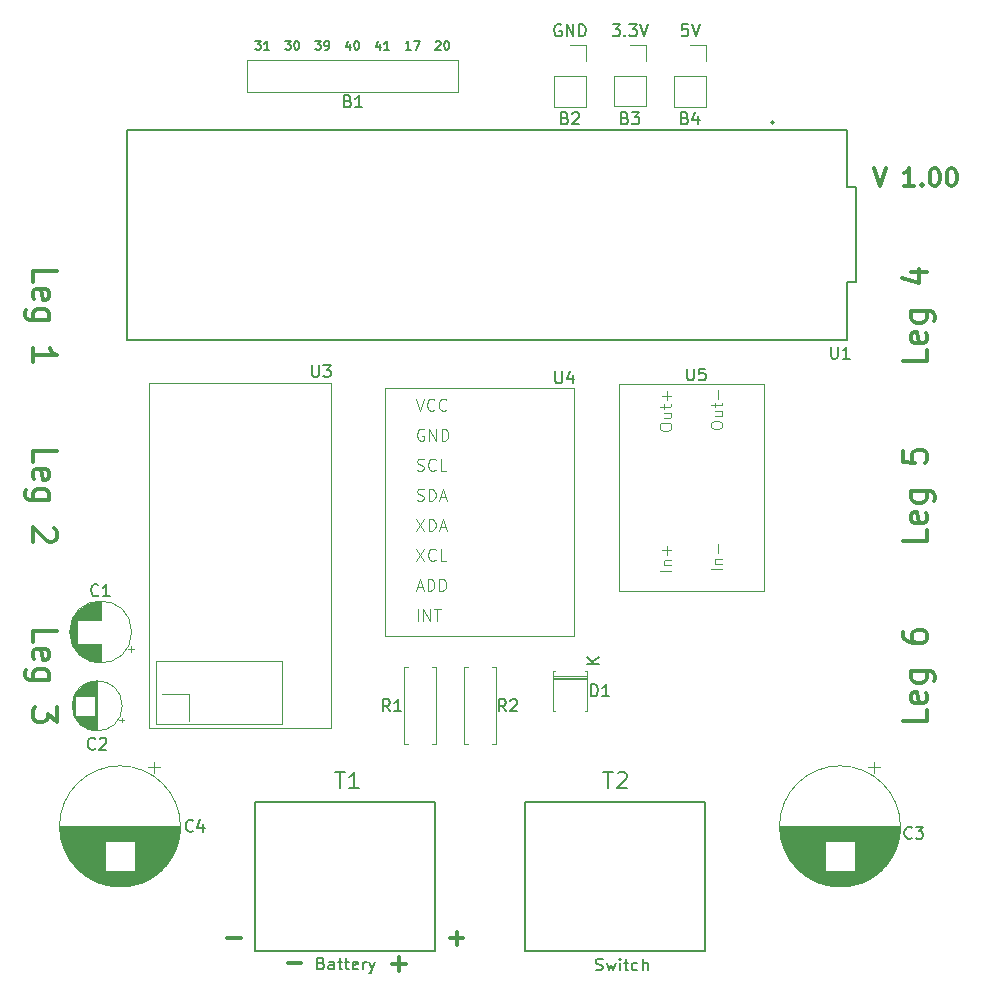
<source format=gbr>
%TF.GenerationSoftware,KiCad,Pcbnew,7.0.8*%
%TF.CreationDate,2025-02-28T20:23:41-05:00*%
%TF.ProjectId,Hexapod PCB KiCad Project,48657861-706f-4642-9050-4342204b6943,rev?*%
%TF.SameCoordinates,Original*%
%TF.FileFunction,Legend,Top*%
%TF.FilePolarity,Positive*%
%FSLAX46Y46*%
G04 Gerber Fmt 4.6, Leading zero omitted, Abs format (unit mm)*
G04 Created by KiCad (PCBNEW 7.0.8) date 2025-02-28 20:23:41*
%MOMM*%
%LPD*%
G01*
G04 APERTURE LIST*
%ADD10C,0.150000*%
%ADD11C,0.300000*%
%ADD12C,0.100000*%
%ADD13C,0.120000*%
%ADD14C,0.127000*%
%ADD15C,0.200000*%
G04 APERTURE END LIST*
D10*
X153324160Y-141730446D02*
X153467017Y-141778065D01*
X153467017Y-141778065D02*
X153705112Y-141778065D01*
X153705112Y-141778065D02*
X153800350Y-141730446D01*
X153800350Y-141730446D02*
X153847969Y-141682826D01*
X153847969Y-141682826D02*
X153895588Y-141587588D01*
X153895588Y-141587588D02*
X153895588Y-141492350D01*
X153895588Y-141492350D02*
X153847969Y-141397112D01*
X153847969Y-141397112D02*
X153800350Y-141349493D01*
X153800350Y-141349493D02*
X153705112Y-141301874D01*
X153705112Y-141301874D02*
X153514636Y-141254255D01*
X153514636Y-141254255D02*
X153419398Y-141206636D01*
X153419398Y-141206636D02*
X153371779Y-141159017D01*
X153371779Y-141159017D02*
X153324160Y-141063779D01*
X153324160Y-141063779D02*
X153324160Y-140968541D01*
X153324160Y-140968541D02*
X153371779Y-140873303D01*
X153371779Y-140873303D02*
X153419398Y-140825684D01*
X153419398Y-140825684D02*
X153514636Y-140778065D01*
X153514636Y-140778065D02*
X153752731Y-140778065D01*
X153752731Y-140778065D02*
X153895588Y-140825684D01*
X154228922Y-141111398D02*
X154419398Y-141778065D01*
X154419398Y-141778065D02*
X154609874Y-141301874D01*
X154609874Y-141301874D02*
X154800350Y-141778065D01*
X154800350Y-141778065D02*
X154990826Y-141111398D01*
X155371779Y-141778065D02*
X155371779Y-141111398D01*
X155371779Y-140778065D02*
X155324160Y-140825684D01*
X155324160Y-140825684D02*
X155371779Y-140873303D01*
X155371779Y-140873303D02*
X155419398Y-140825684D01*
X155419398Y-140825684D02*
X155371779Y-140778065D01*
X155371779Y-140778065D02*
X155371779Y-140873303D01*
X155705112Y-141111398D02*
X156086064Y-141111398D01*
X155847969Y-140778065D02*
X155847969Y-141635207D01*
X155847969Y-141635207D02*
X155895588Y-141730446D01*
X155895588Y-141730446D02*
X155990826Y-141778065D01*
X155990826Y-141778065D02*
X156086064Y-141778065D01*
X156847969Y-141730446D02*
X156752731Y-141778065D01*
X156752731Y-141778065D02*
X156562255Y-141778065D01*
X156562255Y-141778065D02*
X156467017Y-141730446D01*
X156467017Y-141730446D02*
X156419398Y-141682826D01*
X156419398Y-141682826D02*
X156371779Y-141587588D01*
X156371779Y-141587588D02*
X156371779Y-141301874D01*
X156371779Y-141301874D02*
X156419398Y-141206636D01*
X156419398Y-141206636D02*
X156467017Y-141159017D01*
X156467017Y-141159017D02*
X156562255Y-141111398D01*
X156562255Y-141111398D02*
X156752731Y-141111398D01*
X156752731Y-141111398D02*
X156847969Y-141159017D01*
X157276541Y-141778065D02*
X157276541Y-140778065D01*
X157705112Y-141778065D02*
X157705112Y-141254255D01*
X157705112Y-141254255D02*
X157657493Y-141159017D01*
X157657493Y-141159017D02*
X157562255Y-141111398D01*
X157562255Y-141111398D02*
X157419398Y-141111398D01*
X157419398Y-141111398D02*
X157324160Y-141159017D01*
X157324160Y-141159017D02*
X157276541Y-141206636D01*
X139763571Y-63160592D02*
X139799285Y-63124878D01*
X139799285Y-63124878D02*
X139870714Y-63089164D01*
X139870714Y-63089164D02*
X140049285Y-63089164D01*
X140049285Y-63089164D02*
X140120714Y-63124878D01*
X140120714Y-63124878D02*
X140156428Y-63160592D01*
X140156428Y-63160592D02*
X140192142Y-63232021D01*
X140192142Y-63232021D02*
X140192142Y-63303450D01*
X140192142Y-63303450D02*
X140156428Y-63410592D01*
X140156428Y-63410592D02*
X139727856Y-63839164D01*
X139727856Y-63839164D02*
X140192142Y-63839164D01*
X140656428Y-63089164D02*
X140727857Y-63089164D01*
X140727857Y-63089164D02*
X140799285Y-63124878D01*
X140799285Y-63124878D02*
X140835000Y-63160592D01*
X140835000Y-63160592D02*
X140870714Y-63232021D01*
X140870714Y-63232021D02*
X140906428Y-63374878D01*
X140906428Y-63374878D02*
X140906428Y-63553450D01*
X140906428Y-63553450D02*
X140870714Y-63696307D01*
X140870714Y-63696307D02*
X140835000Y-63767735D01*
X140835000Y-63767735D02*
X140799285Y-63803450D01*
X140799285Y-63803450D02*
X140727857Y-63839164D01*
X140727857Y-63839164D02*
X140656428Y-63839164D01*
X140656428Y-63839164D02*
X140585000Y-63803450D01*
X140585000Y-63803450D02*
X140549285Y-63767735D01*
X140549285Y-63767735D02*
X140513571Y-63696307D01*
X140513571Y-63696307D02*
X140477857Y-63553450D01*
X140477857Y-63553450D02*
X140477857Y-63374878D01*
X140477857Y-63374878D02*
X140513571Y-63232021D01*
X140513571Y-63232021D02*
X140549285Y-63160592D01*
X140549285Y-63160592D02*
X140585000Y-63124878D01*
X140585000Y-63124878D02*
X140656428Y-63089164D01*
D11*
X105670361Y-98742856D02*
X105670361Y-97790475D01*
X105670361Y-97790475D02*
X107670361Y-97790475D01*
X105765600Y-100171428D02*
X105670361Y-99980952D01*
X105670361Y-99980952D02*
X105670361Y-99599999D01*
X105670361Y-99599999D02*
X105765600Y-99409523D01*
X105765600Y-99409523D02*
X105956076Y-99314285D01*
X105956076Y-99314285D02*
X106717980Y-99314285D01*
X106717980Y-99314285D02*
X106908457Y-99409523D01*
X106908457Y-99409523D02*
X107003695Y-99599999D01*
X107003695Y-99599999D02*
X107003695Y-99980952D01*
X107003695Y-99980952D02*
X106908457Y-100171428D01*
X106908457Y-100171428D02*
X106717980Y-100266666D01*
X106717980Y-100266666D02*
X106527504Y-100266666D01*
X106527504Y-100266666D02*
X106337028Y-99314285D01*
X107003695Y-101980952D02*
X105384647Y-101980952D01*
X105384647Y-101980952D02*
X105194171Y-101885714D01*
X105194171Y-101885714D02*
X105098933Y-101790476D01*
X105098933Y-101790476D02*
X105003695Y-101599999D01*
X105003695Y-101599999D02*
X105003695Y-101314285D01*
X105003695Y-101314285D02*
X105098933Y-101123809D01*
X105765600Y-101980952D02*
X105670361Y-101790476D01*
X105670361Y-101790476D02*
X105670361Y-101409523D01*
X105670361Y-101409523D02*
X105765600Y-101219047D01*
X105765600Y-101219047D02*
X105860838Y-101123809D01*
X105860838Y-101123809D02*
X106051314Y-101028571D01*
X106051314Y-101028571D02*
X106622742Y-101028571D01*
X106622742Y-101028571D02*
X106813219Y-101123809D01*
X106813219Y-101123809D02*
X106908457Y-101219047D01*
X106908457Y-101219047D02*
X107003695Y-101409523D01*
X107003695Y-101409523D02*
X107003695Y-101790476D01*
X107003695Y-101790476D02*
X106908457Y-101980952D01*
X107479885Y-104361905D02*
X107575123Y-104457143D01*
X107575123Y-104457143D02*
X107670361Y-104647619D01*
X107670361Y-104647619D02*
X107670361Y-105123810D01*
X107670361Y-105123810D02*
X107575123Y-105314286D01*
X107575123Y-105314286D02*
X107479885Y-105409524D01*
X107479885Y-105409524D02*
X107289409Y-105504762D01*
X107289409Y-105504762D02*
X107098933Y-105504762D01*
X107098933Y-105504762D02*
X106813219Y-105409524D01*
X106813219Y-105409524D02*
X105670361Y-104266667D01*
X105670361Y-104266667D02*
X105670361Y-105504762D01*
D10*
X127027856Y-63089164D02*
X127492142Y-63089164D01*
X127492142Y-63089164D02*
X127242142Y-63374878D01*
X127242142Y-63374878D02*
X127349285Y-63374878D01*
X127349285Y-63374878D02*
X127420714Y-63410592D01*
X127420714Y-63410592D02*
X127456428Y-63446307D01*
X127456428Y-63446307D02*
X127492142Y-63517735D01*
X127492142Y-63517735D02*
X127492142Y-63696307D01*
X127492142Y-63696307D02*
X127456428Y-63767735D01*
X127456428Y-63767735D02*
X127420714Y-63803450D01*
X127420714Y-63803450D02*
X127349285Y-63839164D01*
X127349285Y-63839164D02*
X127134999Y-63839164D01*
X127134999Y-63839164D02*
X127063571Y-63803450D01*
X127063571Y-63803450D02*
X127027856Y-63767735D01*
X127956428Y-63089164D02*
X128027857Y-63089164D01*
X128027857Y-63089164D02*
X128099285Y-63124878D01*
X128099285Y-63124878D02*
X128135000Y-63160592D01*
X128135000Y-63160592D02*
X128170714Y-63232021D01*
X128170714Y-63232021D02*
X128206428Y-63374878D01*
X128206428Y-63374878D02*
X128206428Y-63553450D01*
X128206428Y-63553450D02*
X128170714Y-63696307D01*
X128170714Y-63696307D02*
X128135000Y-63767735D01*
X128135000Y-63767735D02*
X128099285Y-63803450D01*
X128099285Y-63803450D02*
X128027857Y-63839164D01*
X128027857Y-63839164D02*
X127956428Y-63839164D01*
X127956428Y-63839164D02*
X127885000Y-63803450D01*
X127885000Y-63803450D02*
X127849285Y-63767735D01*
X127849285Y-63767735D02*
X127813571Y-63696307D01*
X127813571Y-63696307D02*
X127777857Y-63553450D01*
X127777857Y-63553450D02*
X127777857Y-63374878D01*
X127777857Y-63374878D02*
X127813571Y-63232021D01*
X127813571Y-63232021D02*
X127849285Y-63160592D01*
X127849285Y-63160592D02*
X127885000Y-63124878D01*
X127885000Y-63124878D02*
X127956428Y-63089164D01*
D11*
X105670361Y-113982856D02*
X105670361Y-113030475D01*
X105670361Y-113030475D02*
X107670361Y-113030475D01*
X105765600Y-115411428D02*
X105670361Y-115220952D01*
X105670361Y-115220952D02*
X105670361Y-114839999D01*
X105670361Y-114839999D02*
X105765600Y-114649523D01*
X105765600Y-114649523D02*
X105956076Y-114554285D01*
X105956076Y-114554285D02*
X106717980Y-114554285D01*
X106717980Y-114554285D02*
X106908457Y-114649523D01*
X106908457Y-114649523D02*
X107003695Y-114839999D01*
X107003695Y-114839999D02*
X107003695Y-115220952D01*
X107003695Y-115220952D02*
X106908457Y-115411428D01*
X106908457Y-115411428D02*
X106717980Y-115506666D01*
X106717980Y-115506666D02*
X106527504Y-115506666D01*
X106527504Y-115506666D02*
X106337028Y-114554285D01*
X107003695Y-117220952D02*
X105384647Y-117220952D01*
X105384647Y-117220952D02*
X105194171Y-117125714D01*
X105194171Y-117125714D02*
X105098933Y-117030476D01*
X105098933Y-117030476D02*
X105003695Y-116839999D01*
X105003695Y-116839999D02*
X105003695Y-116554285D01*
X105003695Y-116554285D02*
X105098933Y-116363809D01*
X105765600Y-117220952D02*
X105670361Y-117030476D01*
X105670361Y-117030476D02*
X105670361Y-116649523D01*
X105670361Y-116649523D02*
X105765600Y-116459047D01*
X105765600Y-116459047D02*
X105860838Y-116363809D01*
X105860838Y-116363809D02*
X106051314Y-116268571D01*
X106051314Y-116268571D02*
X106622742Y-116268571D01*
X106622742Y-116268571D02*
X106813219Y-116363809D01*
X106813219Y-116363809D02*
X106908457Y-116459047D01*
X106908457Y-116459047D02*
X107003695Y-116649523D01*
X107003695Y-116649523D02*
X107003695Y-117030476D01*
X107003695Y-117030476D02*
X106908457Y-117220952D01*
X107670361Y-119506667D02*
X107670361Y-120744762D01*
X107670361Y-120744762D02*
X106908457Y-120078095D01*
X106908457Y-120078095D02*
X106908457Y-120363810D01*
X106908457Y-120363810D02*
X106813219Y-120554286D01*
X106813219Y-120554286D02*
X106717980Y-120649524D01*
X106717980Y-120649524D02*
X106527504Y-120744762D01*
X106527504Y-120744762D02*
X106051314Y-120744762D01*
X106051314Y-120744762D02*
X105860838Y-120649524D01*
X105860838Y-120649524D02*
X105765600Y-120554286D01*
X105765600Y-120554286D02*
X105670361Y-120363810D01*
X105670361Y-120363810D02*
X105670361Y-119792381D01*
X105670361Y-119792381D02*
X105765600Y-119601905D01*
X105765600Y-119601905D02*
X105860838Y-119506667D01*
D10*
X130054291Y-141171640D02*
X130197148Y-141219259D01*
X130197148Y-141219259D02*
X130244767Y-141266878D01*
X130244767Y-141266878D02*
X130292386Y-141362116D01*
X130292386Y-141362116D02*
X130292386Y-141504973D01*
X130292386Y-141504973D02*
X130244767Y-141600211D01*
X130244767Y-141600211D02*
X130197148Y-141647831D01*
X130197148Y-141647831D02*
X130101910Y-141695450D01*
X130101910Y-141695450D02*
X129720958Y-141695450D01*
X129720958Y-141695450D02*
X129720958Y-140695450D01*
X129720958Y-140695450D02*
X130054291Y-140695450D01*
X130054291Y-140695450D02*
X130149529Y-140743069D01*
X130149529Y-140743069D02*
X130197148Y-140790688D01*
X130197148Y-140790688D02*
X130244767Y-140885926D01*
X130244767Y-140885926D02*
X130244767Y-140981164D01*
X130244767Y-140981164D02*
X130197148Y-141076402D01*
X130197148Y-141076402D02*
X130149529Y-141124021D01*
X130149529Y-141124021D02*
X130054291Y-141171640D01*
X130054291Y-141171640D02*
X129720958Y-141171640D01*
X131149529Y-141695450D02*
X131149529Y-141171640D01*
X131149529Y-141171640D02*
X131101910Y-141076402D01*
X131101910Y-141076402D02*
X131006672Y-141028783D01*
X131006672Y-141028783D02*
X130816196Y-141028783D01*
X130816196Y-141028783D02*
X130720958Y-141076402D01*
X131149529Y-141647831D02*
X131054291Y-141695450D01*
X131054291Y-141695450D02*
X130816196Y-141695450D01*
X130816196Y-141695450D02*
X130720958Y-141647831D01*
X130720958Y-141647831D02*
X130673339Y-141552592D01*
X130673339Y-141552592D02*
X130673339Y-141457354D01*
X130673339Y-141457354D02*
X130720958Y-141362116D01*
X130720958Y-141362116D02*
X130816196Y-141314497D01*
X130816196Y-141314497D02*
X131054291Y-141314497D01*
X131054291Y-141314497D02*
X131149529Y-141266878D01*
X131482863Y-141028783D02*
X131863815Y-141028783D01*
X131625720Y-140695450D02*
X131625720Y-141552592D01*
X131625720Y-141552592D02*
X131673339Y-141647831D01*
X131673339Y-141647831D02*
X131768577Y-141695450D01*
X131768577Y-141695450D02*
X131863815Y-141695450D01*
X132054292Y-141028783D02*
X132435244Y-141028783D01*
X132197149Y-140695450D02*
X132197149Y-141552592D01*
X132197149Y-141552592D02*
X132244768Y-141647831D01*
X132244768Y-141647831D02*
X132340006Y-141695450D01*
X132340006Y-141695450D02*
X132435244Y-141695450D01*
X133149530Y-141647831D02*
X133054292Y-141695450D01*
X133054292Y-141695450D02*
X132863816Y-141695450D01*
X132863816Y-141695450D02*
X132768578Y-141647831D01*
X132768578Y-141647831D02*
X132720959Y-141552592D01*
X132720959Y-141552592D02*
X132720959Y-141171640D01*
X132720959Y-141171640D02*
X132768578Y-141076402D01*
X132768578Y-141076402D02*
X132863816Y-141028783D01*
X132863816Y-141028783D02*
X133054292Y-141028783D01*
X133054292Y-141028783D02*
X133149530Y-141076402D01*
X133149530Y-141076402D02*
X133197149Y-141171640D01*
X133197149Y-141171640D02*
X133197149Y-141266878D01*
X133197149Y-141266878D02*
X132720959Y-141362116D01*
X133625721Y-141695450D02*
X133625721Y-141028783D01*
X133625721Y-141219259D02*
X133673340Y-141124021D01*
X133673340Y-141124021D02*
X133720959Y-141076402D01*
X133720959Y-141076402D02*
X133816197Y-141028783D01*
X133816197Y-141028783D02*
X133911435Y-141028783D01*
X134149531Y-141028783D02*
X134387626Y-141695450D01*
X134625721Y-141028783D02*
X134387626Y-141695450D01*
X134387626Y-141695450D02*
X134292388Y-141933545D01*
X134292388Y-141933545D02*
X134244769Y-141981164D01*
X134244769Y-141981164D02*
X134149531Y-142028783D01*
X124487856Y-63089164D02*
X124952142Y-63089164D01*
X124952142Y-63089164D02*
X124702142Y-63374878D01*
X124702142Y-63374878D02*
X124809285Y-63374878D01*
X124809285Y-63374878D02*
X124880714Y-63410592D01*
X124880714Y-63410592D02*
X124916428Y-63446307D01*
X124916428Y-63446307D02*
X124952142Y-63517735D01*
X124952142Y-63517735D02*
X124952142Y-63696307D01*
X124952142Y-63696307D02*
X124916428Y-63767735D01*
X124916428Y-63767735D02*
X124880714Y-63803450D01*
X124880714Y-63803450D02*
X124809285Y-63839164D01*
X124809285Y-63839164D02*
X124594999Y-63839164D01*
X124594999Y-63839164D02*
X124523571Y-63803450D01*
X124523571Y-63803450D02*
X124487856Y-63767735D01*
X125666428Y-63839164D02*
X125237857Y-63839164D01*
X125452142Y-63839164D02*
X125452142Y-63089164D01*
X125452142Y-63089164D02*
X125380714Y-63196307D01*
X125380714Y-63196307D02*
X125309285Y-63267735D01*
X125309285Y-63267735D02*
X125237857Y-63303450D01*
X135040714Y-63339164D02*
X135040714Y-63839164D01*
X134862142Y-63053450D02*
X134683571Y-63589164D01*
X134683571Y-63589164D02*
X135147856Y-63589164D01*
X135826428Y-63839164D02*
X135397857Y-63839164D01*
X135612142Y-63839164D02*
X135612142Y-63089164D01*
X135612142Y-63089164D02*
X135540714Y-63196307D01*
X135540714Y-63196307D02*
X135469285Y-63267735D01*
X135469285Y-63267735D02*
X135397857Y-63303450D01*
X137658464Y-63813666D02*
X137229893Y-63813666D01*
X137444178Y-63813666D02*
X137444178Y-63063666D01*
X137444178Y-63063666D02*
X137372750Y-63170809D01*
X137372750Y-63170809D02*
X137301321Y-63242237D01*
X137301321Y-63242237D02*
X137229893Y-63277952D01*
X137908464Y-63063666D02*
X138408464Y-63063666D01*
X138408464Y-63063666D02*
X138087036Y-63813666D01*
D11*
X142100046Y-139077225D02*
X140957189Y-139077225D01*
X141528617Y-139648653D02*
X141528617Y-138505796D01*
X181349638Y-119697143D02*
X181349638Y-120649524D01*
X181349638Y-120649524D02*
X179349638Y-120649524D01*
X181254400Y-118268571D02*
X181349638Y-118459047D01*
X181349638Y-118459047D02*
X181349638Y-118840000D01*
X181349638Y-118840000D02*
X181254400Y-119030476D01*
X181254400Y-119030476D02*
X181063923Y-119125714D01*
X181063923Y-119125714D02*
X180302019Y-119125714D01*
X180302019Y-119125714D02*
X180111542Y-119030476D01*
X180111542Y-119030476D02*
X180016304Y-118840000D01*
X180016304Y-118840000D02*
X180016304Y-118459047D01*
X180016304Y-118459047D02*
X180111542Y-118268571D01*
X180111542Y-118268571D02*
X180302019Y-118173333D01*
X180302019Y-118173333D02*
X180492495Y-118173333D01*
X180492495Y-118173333D02*
X180682971Y-119125714D01*
X180016304Y-116459047D02*
X181635352Y-116459047D01*
X181635352Y-116459047D02*
X181825828Y-116554285D01*
X181825828Y-116554285D02*
X181921066Y-116649523D01*
X181921066Y-116649523D02*
X182016304Y-116840000D01*
X182016304Y-116840000D02*
X182016304Y-117125714D01*
X182016304Y-117125714D02*
X181921066Y-117316190D01*
X181254400Y-116459047D02*
X181349638Y-116649523D01*
X181349638Y-116649523D02*
X181349638Y-117030476D01*
X181349638Y-117030476D02*
X181254400Y-117220952D01*
X181254400Y-117220952D02*
X181159161Y-117316190D01*
X181159161Y-117316190D02*
X180968685Y-117411428D01*
X180968685Y-117411428D02*
X180397257Y-117411428D01*
X180397257Y-117411428D02*
X180206780Y-117316190D01*
X180206780Y-117316190D02*
X180111542Y-117220952D01*
X180111542Y-117220952D02*
X180016304Y-117030476D01*
X180016304Y-117030476D02*
X180016304Y-116649523D01*
X180016304Y-116649523D02*
X180111542Y-116459047D01*
X179349638Y-113125713D02*
X179349638Y-113506666D01*
X179349638Y-113506666D02*
X179444876Y-113697142D01*
X179444876Y-113697142D02*
X179540114Y-113792380D01*
X179540114Y-113792380D02*
X179825828Y-113982856D01*
X179825828Y-113982856D02*
X180206780Y-114078094D01*
X180206780Y-114078094D02*
X180968685Y-114078094D01*
X180968685Y-114078094D02*
X181159161Y-113982856D01*
X181159161Y-113982856D02*
X181254400Y-113887618D01*
X181254400Y-113887618D02*
X181349638Y-113697142D01*
X181349638Y-113697142D02*
X181349638Y-113316189D01*
X181349638Y-113316189D02*
X181254400Y-113125713D01*
X181254400Y-113125713D02*
X181159161Y-113030475D01*
X181159161Y-113030475D02*
X180968685Y-112935237D01*
X180968685Y-112935237D02*
X180492495Y-112935237D01*
X180492495Y-112935237D02*
X180302019Y-113030475D01*
X180302019Y-113030475D02*
X180206780Y-113125713D01*
X180206780Y-113125713D02*
X180111542Y-113316189D01*
X180111542Y-113316189D02*
X180111542Y-113697142D01*
X180111542Y-113697142D02*
X180206780Y-113887618D01*
X180206780Y-113887618D02*
X180302019Y-113982856D01*
X180302019Y-113982856D02*
X180492495Y-114078094D01*
X105670361Y-83502856D02*
X105670361Y-82550475D01*
X105670361Y-82550475D02*
X107670361Y-82550475D01*
X105765600Y-84931428D02*
X105670361Y-84740952D01*
X105670361Y-84740952D02*
X105670361Y-84359999D01*
X105670361Y-84359999D02*
X105765600Y-84169523D01*
X105765600Y-84169523D02*
X105956076Y-84074285D01*
X105956076Y-84074285D02*
X106717980Y-84074285D01*
X106717980Y-84074285D02*
X106908457Y-84169523D01*
X106908457Y-84169523D02*
X107003695Y-84359999D01*
X107003695Y-84359999D02*
X107003695Y-84740952D01*
X107003695Y-84740952D02*
X106908457Y-84931428D01*
X106908457Y-84931428D02*
X106717980Y-85026666D01*
X106717980Y-85026666D02*
X106527504Y-85026666D01*
X106527504Y-85026666D02*
X106337028Y-84074285D01*
X107003695Y-86740952D02*
X105384647Y-86740952D01*
X105384647Y-86740952D02*
X105194171Y-86645714D01*
X105194171Y-86645714D02*
X105098933Y-86550476D01*
X105098933Y-86550476D02*
X105003695Y-86359999D01*
X105003695Y-86359999D02*
X105003695Y-86074285D01*
X105003695Y-86074285D02*
X105098933Y-85883809D01*
X105765600Y-86740952D02*
X105670361Y-86550476D01*
X105670361Y-86550476D02*
X105670361Y-86169523D01*
X105670361Y-86169523D02*
X105765600Y-85979047D01*
X105765600Y-85979047D02*
X105860838Y-85883809D01*
X105860838Y-85883809D02*
X106051314Y-85788571D01*
X106051314Y-85788571D02*
X106622742Y-85788571D01*
X106622742Y-85788571D02*
X106813219Y-85883809D01*
X106813219Y-85883809D02*
X106908457Y-85979047D01*
X106908457Y-85979047D02*
X107003695Y-86169523D01*
X107003695Y-86169523D02*
X107003695Y-86550476D01*
X107003695Y-86550476D02*
X106908457Y-86740952D01*
X105670361Y-90264762D02*
X105670361Y-89121905D01*
X105670361Y-89693333D02*
X107670361Y-89693333D01*
X107670361Y-89693333D02*
X107384647Y-89502857D01*
X107384647Y-89502857D02*
X107194171Y-89312381D01*
X107194171Y-89312381D02*
X107098933Y-89121905D01*
D10*
X132500714Y-63339164D02*
X132500714Y-63839164D01*
X132322142Y-63053450D02*
X132143571Y-63589164D01*
X132143571Y-63589164D02*
X132607856Y-63589164D01*
X133036428Y-63089164D02*
X133107857Y-63089164D01*
X133107857Y-63089164D02*
X133179285Y-63124878D01*
X133179285Y-63124878D02*
X133215000Y-63160592D01*
X133215000Y-63160592D02*
X133250714Y-63232021D01*
X133250714Y-63232021D02*
X133286428Y-63374878D01*
X133286428Y-63374878D02*
X133286428Y-63553450D01*
X133286428Y-63553450D02*
X133250714Y-63696307D01*
X133250714Y-63696307D02*
X133215000Y-63767735D01*
X133215000Y-63767735D02*
X133179285Y-63803450D01*
X133179285Y-63803450D02*
X133107857Y-63839164D01*
X133107857Y-63839164D02*
X133036428Y-63839164D01*
X133036428Y-63839164D02*
X132965000Y-63803450D01*
X132965000Y-63803450D02*
X132929285Y-63767735D01*
X132929285Y-63767735D02*
X132893571Y-63696307D01*
X132893571Y-63696307D02*
X132857857Y-63553450D01*
X132857857Y-63553450D02*
X132857857Y-63374878D01*
X132857857Y-63374878D02*
X132893571Y-63232021D01*
X132893571Y-63232021D02*
X132929285Y-63160592D01*
X132929285Y-63160592D02*
X132965000Y-63124878D01*
X132965000Y-63124878D02*
X133036428Y-63089164D01*
D11*
X181349638Y-104457143D02*
X181349638Y-105409524D01*
X181349638Y-105409524D02*
X179349638Y-105409524D01*
X181254400Y-103028571D02*
X181349638Y-103219047D01*
X181349638Y-103219047D02*
X181349638Y-103600000D01*
X181349638Y-103600000D02*
X181254400Y-103790476D01*
X181254400Y-103790476D02*
X181063923Y-103885714D01*
X181063923Y-103885714D02*
X180302019Y-103885714D01*
X180302019Y-103885714D02*
X180111542Y-103790476D01*
X180111542Y-103790476D02*
X180016304Y-103600000D01*
X180016304Y-103600000D02*
X180016304Y-103219047D01*
X180016304Y-103219047D02*
X180111542Y-103028571D01*
X180111542Y-103028571D02*
X180302019Y-102933333D01*
X180302019Y-102933333D02*
X180492495Y-102933333D01*
X180492495Y-102933333D02*
X180682971Y-103885714D01*
X180016304Y-101219047D02*
X181635352Y-101219047D01*
X181635352Y-101219047D02*
X181825828Y-101314285D01*
X181825828Y-101314285D02*
X181921066Y-101409523D01*
X181921066Y-101409523D02*
X182016304Y-101600000D01*
X182016304Y-101600000D02*
X182016304Y-101885714D01*
X182016304Y-101885714D02*
X181921066Y-102076190D01*
X181254400Y-101219047D02*
X181349638Y-101409523D01*
X181349638Y-101409523D02*
X181349638Y-101790476D01*
X181349638Y-101790476D02*
X181254400Y-101980952D01*
X181254400Y-101980952D02*
X181159161Y-102076190D01*
X181159161Y-102076190D02*
X180968685Y-102171428D01*
X180968685Y-102171428D02*
X180397257Y-102171428D01*
X180397257Y-102171428D02*
X180206780Y-102076190D01*
X180206780Y-102076190D02*
X180111542Y-101980952D01*
X180111542Y-101980952D02*
X180016304Y-101790476D01*
X180016304Y-101790476D02*
X180016304Y-101409523D01*
X180016304Y-101409523D02*
X180111542Y-101219047D01*
X179349638Y-97790475D02*
X179349638Y-98742856D01*
X179349638Y-98742856D02*
X180302019Y-98838094D01*
X180302019Y-98838094D02*
X180206780Y-98742856D01*
X180206780Y-98742856D02*
X180111542Y-98552380D01*
X180111542Y-98552380D02*
X180111542Y-98076189D01*
X180111542Y-98076189D02*
X180206780Y-97885713D01*
X180206780Y-97885713D02*
X180302019Y-97790475D01*
X180302019Y-97790475D02*
X180492495Y-97695237D01*
X180492495Y-97695237D02*
X180968685Y-97695237D01*
X180968685Y-97695237D02*
X181159161Y-97790475D01*
X181159161Y-97790475D02*
X181254400Y-97885713D01*
X181254400Y-97885713D02*
X181349638Y-98076189D01*
X181349638Y-98076189D02*
X181349638Y-98552380D01*
X181349638Y-98552380D02*
X181254400Y-98742856D01*
X181254400Y-98742856D02*
X181159161Y-98838094D01*
D10*
X129567856Y-63089164D02*
X130032142Y-63089164D01*
X130032142Y-63089164D02*
X129782142Y-63374878D01*
X129782142Y-63374878D02*
X129889285Y-63374878D01*
X129889285Y-63374878D02*
X129960714Y-63410592D01*
X129960714Y-63410592D02*
X129996428Y-63446307D01*
X129996428Y-63446307D02*
X130032142Y-63517735D01*
X130032142Y-63517735D02*
X130032142Y-63696307D01*
X130032142Y-63696307D02*
X129996428Y-63767735D01*
X129996428Y-63767735D02*
X129960714Y-63803450D01*
X129960714Y-63803450D02*
X129889285Y-63839164D01*
X129889285Y-63839164D02*
X129674999Y-63839164D01*
X129674999Y-63839164D02*
X129603571Y-63803450D01*
X129603571Y-63803450D02*
X129567856Y-63767735D01*
X130389285Y-63839164D02*
X130532142Y-63839164D01*
X130532142Y-63839164D02*
X130603571Y-63803450D01*
X130603571Y-63803450D02*
X130639285Y-63767735D01*
X130639285Y-63767735D02*
X130710714Y-63660592D01*
X130710714Y-63660592D02*
X130746428Y-63517735D01*
X130746428Y-63517735D02*
X130746428Y-63232021D01*
X130746428Y-63232021D02*
X130710714Y-63160592D01*
X130710714Y-63160592D02*
X130675000Y-63124878D01*
X130675000Y-63124878D02*
X130603571Y-63089164D01*
X130603571Y-63089164D02*
X130460714Y-63089164D01*
X130460714Y-63089164D02*
X130389285Y-63124878D01*
X130389285Y-63124878D02*
X130353571Y-63160592D01*
X130353571Y-63160592D02*
X130317857Y-63232021D01*
X130317857Y-63232021D02*
X130317857Y-63410592D01*
X130317857Y-63410592D02*
X130353571Y-63482021D01*
X130353571Y-63482021D02*
X130389285Y-63517735D01*
X130389285Y-63517735D02*
X130460714Y-63553450D01*
X130460714Y-63553450D02*
X130603571Y-63553450D01*
X130603571Y-63553450D02*
X130675000Y-63517735D01*
X130675000Y-63517735D02*
X130710714Y-63482021D01*
X130710714Y-63482021D02*
X130746428Y-63410592D01*
D11*
X176870225Y-73865828D02*
X177370225Y-75365828D01*
X177370225Y-75365828D02*
X177870225Y-73865828D01*
X180298796Y-75365828D02*
X179441653Y-75365828D01*
X179870224Y-75365828D02*
X179870224Y-73865828D01*
X179870224Y-73865828D02*
X179727367Y-74080114D01*
X179727367Y-74080114D02*
X179584510Y-74222971D01*
X179584510Y-74222971D02*
X179441653Y-74294400D01*
X180941652Y-75222971D02*
X181013081Y-75294400D01*
X181013081Y-75294400D02*
X180941652Y-75365828D01*
X180941652Y-75365828D02*
X180870224Y-75294400D01*
X180870224Y-75294400D02*
X180941652Y-75222971D01*
X180941652Y-75222971D02*
X180941652Y-75365828D01*
X181941653Y-73865828D02*
X182084510Y-73865828D01*
X182084510Y-73865828D02*
X182227367Y-73937257D01*
X182227367Y-73937257D02*
X182298796Y-74008685D01*
X182298796Y-74008685D02*
X182370224Y-74151542D01*
X182370224Y-74151542D02*
X182441653Y-74437257D01*
X182441653Y-74437257D02*
X182441653Y-74794400D01*
X182441653Y-74794400D02*
X182370224Y-75080114D01*
X182370224Y-75080114D02*
X182298796Y-75222971D01*
X182298796Y-75222971D02*
X182227367Y-75294400D01*
X182227367Y-75294400D02*
X182084510Y-75365828D01*
X182084510Y-75365828D02*
X181941653Y-75365828D01*
X181941653Y-75365828D02*
X181798796Y-75294400D01*
X181798796Y-75294400D02*
X181727367Y-75222971D01*
X181727367Y-75222971D02*
X181655938Y-75080114D01*
X181655938Y-75080114D02*
X181584510Y-74794400D01*
X181584510Y-74794400D02*
X181584510Y-74437257D01*
X181584510Y-74437257D02*
X181655938Y-74151542D01*
X181655938Y-74151542D02*
X181727367Y-74008685D01*
X181727367Y-74008685D02*
X181798796Y-73937257D01*
X181798796Y-73937257D02*
X181941653Y-73865828D01*
X183370224Y-73865828D02*
X183513081Y-73865828D01*
X183513081Y-73865828D02*
X183655938Y-73937257D01*
X183655938Y-73937257D02*
X183727367Y-74008685D01*
X183727367Y-74008685D02*
X183798795Y-74151542D01*
X183798795Y-74151542D02*
X183870224Y-74437257D01*
X183870224Y-74437257D02*
X183870224Y-74794400D01*
X183870224Y-74794400D02*
X183798795Y-75080114D01*
X183798795Y-75080114D02*
X183727367Y-75222971D01*
X183727367Y-75222971D02*
X183655938Y-75294400D01*
X183655938Y-75294400D02*
X183513081Y-75365828D01*
X183513081Y-75365828D02*
X183370224Y-75365828D01*
X183370224Y-75365828D02*
X183227367Y-75294400D01*
X183227367Y-75294400D02*
X183155938Y-75222971D01*
X183155938Y-75222971D02*
X183084509Y-75080114D01*
X183084509Y-75080114D02*
X183013081Y-74794400D01*
X183013081Y-74794400D02*
X183013081Y-74437257D01*
X183013081Y-74437257D02*
X183084509Y-74151542D01*
X183084509Y-74151542D02*
X183155938Y-74008685D01*
X183155938Y-74008685D02*
X183227367Y-73937257D01*
X183227367Y-73937257D02*
X183370224Y-73865828D01*
X123266209Y-139033525D02*
X122123352Y-139033525D01*
X128372931Y-141150928D02*
X127230074Y-141150928D01*
X137220257Y-141217449D02*
X136077400Y-141217449D01*
X136648828Y-141788877D02*
X136648828Y-140646020D01*
X181349638Y-89217143D02*
X181349638Y-90169524D01*
X181349638Y-90169524D02*
X179349638Y-90169524D01*
X181254400Y-87788571D02*
X181349638Y-87979047D01*
X181349638Y-87979047D02*
X181349638Y-88360000D01*
X181349638Y-88360000D02*
X181254400Y-88550476D01*
X181254400Y-88550476D02*
X181063923Y-88645714D01*
X181063923Y-88645714D02*
X180302019Y-88645714D01*
X180302019Y-88645714D02*
X180111542Y-88550476D01*
X180111542Y-88550476D02*
X180016304Y-88360000D01*
X180016304Y-88360000D02*
X180016304Y-87979047D01*
X180016304Y-87979047D02*
X180111542Y-87788571D01*
X180111542Y-87788571D02*
X180302019Y-87693333D01*
X180302019Y-87693333D02*
X180492495Y-87693333D01*
X180492495Y-87693333D02*
X180682971Y-88645714D01*
X180016304Y-85979047D02*
X181635352Y-85979047D01*
X181635352Y-85979047D02*
X181825828Y-86074285D01*
X181825828Y-86074285D02*
X181921066Y-86169523D01*
X181921066Y-86169523D02*
X182016304Y-86360000D01*
X182016304Y-86360000D02*
X182016304Y-86645714D01*
X182016304Y-86645714D02*
X181921066Y-86836190D01*
X181254400Y-85979047D02*
X181349638Y-86169523D01*
X181349638Y-86169523D02*
X181349638Y-86550476D01*
X181349638Y-86550476D02*
X181254400Y-86740952D01*
X181254400Y-86740952D02*
X181159161Y-86836190D01*
X181159161Y-86836190D02*
X180968685Y-86931428D01*
X180968685Y-86931428D02*
X180397257Y-86931428D01*
X180397257Y-86931428D02*
X180206780Y-86836190D01*
X180206780Y-86836190D02*
X180111542Y-86740952D01*
X180111542Y-86740952D02*
X180016304Y-86550476D01*
X180016304Y-86550476D02*
X180016304Y-86169523D01*
X180016304Y-86169523D02*
X180111542Y-85979047D01*
X180016304Y-82645713D02*
X181349638Y-82645713D01*
X179254400Y-83121904D02*
X180682971Y-83598094D01*
X180682971Y-83598094D02*
X180682971Y-82359999D01*
D10*
X150720157Y-69615096D02*
X150863014Y-69662715D01*
X150863014Y-69662715D02*
X150910633Y-69710334D01*
X150910633Y-69710334D02*
X150958252Y-69805572D01*
X150958252Y-69805572D02*
X150958252Y-69948429D01*
X150958252Y-69948429D02*
X150910633Y-70043667D01*
X150910633Y-70043667D02*
X150863014Y-70091287D01*
X150863014Y-70091287D02*
X150767776Y-70138906D01*
X150767776Y-70138906D02*
X150386824Y-70138906D01*
X150386824Y-70138906D02*
X150386824Y-69138906D01*
X150386824Y-69138906D02*
X150720157Y-69138906D01*
X150720157Y-69138906D02*
X150815395Y-69186525D01*
X150815395Y-69186525D02*
X150863014Y-69234144D01*
X150863014Y-69234144D02*
X150910633Y-69329382D01*
X150910633Y-69329382D02*
X150910633Y-69424620D01*
X150910633Y-69424620D02*
X150863014Y-69519858D01*
X150863014Y-69519858D02*
X150815395Y-69567477D01*
X150815395Y-69567477D02*
X150720157Y-69615096D01*
X150720157Y-69615096D02*
X150386824Y-69615096D01*
X151339205Y-69234144D02*
X151386824Y-69186525D01*
X151386824Y-69186525D02*
X151482062Y-69138906D01*
X151482062Y-69138906D02*
X151720157Y-69138906D01*
X151720157Y-69138906D02*
X151815395Y-69186525D01*
X151815395Y-69186525D02*
X151863014Y-69234144D01*
X151863014Y-69234144D02*
X151910633Y-69329382D01*
X151910633Y-69329382D02*
X151910633Y-69424620D01*
X151910633Y-69424620D02*
X151863014Y-69567477D01*
X151863014Y-69567477D02*
X151291586Y-70138906D01*
X151291586Y-70138906D02*
X151910633Y-70138906D01*
X150368095Y-61732438D02*
X150272857Y-61684819D01*
X150272857Y-61684819D02*
X150130000Y-61684819D01*
X150130000Y-61684819D02*
X149987143Y-61732438D01*
X149987143Y-61732438D02*
X149891905Y-61827676D01*
X149891905Y-61827676D02*
X149844286Y-61922914D01*
X149844286Y-61922914D02*
X149796667Y-62113390D01*
X149796667Y-62113390D02*
X149796667Y-62256247D01*
X149796667Y-62256247D02*
X149844286Y-62446723D01*
X149844286Y-62446723D02*
X149891905Y-62541961D01*
X149891905Y-62541961D02*
X149987143Y-62637200D01*
X149987143Y-62637200D02*
X150130000Y-62684819D01*
X150130000Y-62684819D02*
X150225238Y-62684819D01*
X150225238Y-62684819D02*
X150368095Y-62637200D01*
X150368095Y-62637200D02*
X150415714Y-62589580D01*
X150415714Y-62589580D02*
X150415714Y-62256247D01*
X150415714Y-62256247D02*
X150225238Y-62256247D01*
X150844286Y-62684819D02*
X150844286Y-61684819D01*
X150844286Y-61684819D02*
X151415714Y-62684819D01*
X151415714Y-62684819D02*
X151415714Y-61684819D01*
X151891905Y-62684819D02*
X151891905Y-61684819D01*
X151891905Y-61684819D02*
X152130000Y-61684819D01*
X152130000Y-61684819D02*
X152272857Y-61732438D01*
X152272857Y-61732438D02*
X152368095Y-61827676D01*
X152368095Y-61827676D02*
X152415714Y-61922914D01*
X152415714Y-61922914D02*
X152463333Y-62113390D01*
X152463333Y-62113390D02*
X152463333Y-62256247D01*
X152463333Y-62256247D02*
X152415714Y-62446723D01*
X152415714Y-62446723D02*
X152368095Y-62541961D01*
X152368095Y-62541961D02*
X152272857Y-62637200D01*
X152272857Y-62637200D02*
X152130000Y-62684819D01*
X152130000Y-62684819D02*
X151891905Y-62684819D01*
X161046065Y-90826908D02*
X161046065Y-91636431D01*
X161046065Y-91636431D02*
X161093684Y-91731669D01*
X161093684Y-91731669D02*
X161141303Y-91779289D01*
X161141303Y-91779289D02*
X161236541Y-91826908D01*
X161236541Y-91826908D02*
X161427017Y-91826908D01*
X161427017Y-91826908D02*
X161522255Y-91779289D01*
X161522255Y-91779289D02*
X161569874Y-91731669D01*
X161569874Y-91731669D02*
X161617493Y-91636431D01*
X161617493Y-91636431D02*
X161617493Y-90826908D01*
X162569874Y-90826908D02*
X162093684Y-90826908D01*
X162093684Y-90826908D02*
X162046065Y-91303098D01*
X162046065Y-91303098D02*
X162093684Y-91255479D01*
X162093684Y-91255479D02*
X162188922Y-91207860D01*
X162188922Y-91207860D02*
X162427017Y-91207860D01*
X162427017Y-91207860D02*
X162522255Y-91255479D01*
X162522255Y-91255479D02*
X162569874Y-91303098D01*
X162569874Y-91303098D02*
X162617493Y-91398336D01*
X162617493Y-91398336D02*
X162617493Y-91636431D01*
X162617493Y-91636431D02*
X162569874Y-91731669D01*
X162569874Y-91731669D02*
X162522255Y-91779289D01*
X162522255Y-91779289D02*
X162427017Y-91826908D01*
X162427017Y-91826908D02*
X162188922Y-91826908D01*
X162188922Y-91826908D02*
X162093684Y-91779289D01*
X162093684Y-91779289D02*
X162046065Y-91731669D01*
D12*
X163037419Y-95708139D02*
X163037419Y-95517663D01*
X163037419Y-95517663D02*
X163085038Y-95422425D01*
X163085038Y-95422425D02*
X163180276Y-95327187D01*
X163180276Y-95327187D02*
X163370752Y-95279568D01*
X163370752Y-95279568D02*
X163704085Y-95279568D01*
X163704085Y-95279568D02*
X163894561Y-95327187D01*
X163894561Y-95327187D02*
X163989800Y-95422425D01*
X163989800Y-95422425D02*
X164037419Y-95517663D01*
X164037419Y-95517663D02*
X164037419Y-95708139D01*
X164037419Y-95708139D02*
X163989800Y-95803377D01*
X163989800Y-95803377D02*
X163894561Y-95898615D01*
X163894561Y-95898615D02*
X163704085Y-95946234D01*
X163704085Y-95946234D02*
X163370752Y-95946234D01*
X163370752Y-95946234D02*
X163180276Y-95898615D01*
X163180276Y-95898615D02*
X163085038Y-95803377D01*
X163085038Y-95803377D02*
X163037419Y-95708139D01*
X163370752Y-94422425D02*
X164037419Y-94422425D01*
X163370752Y-94850996D02*
X163894561Y-94850996D01*
X163894561Y-94850996D02*
X163989800Y-94803377D01*
X163989800Y-94803377D02*
X164037419Y-94708139D01*
X164037419Y-94708139D02*
X164037419Y-94565282D01*
X164037419Y-94565282D02*
X163989800Y-94470044D01*
X163989800Y-94470044D02*
X163942180Y-94422425D01*
X163370752Y-94089091D02*
X163370752Y-93708139D01*
X163037419Y-93946234D02*
X163894561Y-93946234D01*
X163894561Y-93946234D02*
X163989800Y-93898615D01*
X163989800Y-93898615D02*
X164037419Y-93803377D01*
X164037419Y-93803377D02*
X164037419Y-93708139D01*
X163656466Y-93374805D02*
X163656466Y-92612901D01*
X164037419Y-107836615D02*
X163037419Y-107836615D01*
X163370752Y-107360425D02*
X164037419Y-107360425D01*
X163465990Y-107360425D02*
X163418371Y-107312806D01*
X163418371Y-107312806D02*
X163370752Y-107217568D01*
X163370752Y-107217568D02*
X163370752Y-107074711D01*
X163370752Y-107074711D02*
X163418371Y-106979473D01*
X163418371Y-106979473D02*
X163513609Y-106931854D01*
X163513609Y-106931854D02*
X164037419Y-106931854D01*
X163656466Y-106455663D02*
X163656466Y-105693759D01*
X158719419Y-95835139D02*
X158719419Y-95644663D01*
X158719419Y-95644663D02*
X158767038Y-95549425D01*
X158767038Y-95549425D02*
X158862276Y-95454187D01*
X158862276Y-95454187D02*
X159052752Y-95406568D01*
X159052752Y-95406568D02*
X159386085Y-95406568D01*
X159386085Y-95406568D02*
X159576561Y-95454187D01*
X159576561Y-95454187D02*
X159671800Y-95549425D01*
X159671800Y-95549425D02*
X159719419Y-95644663D01*
X159719419Y-95644663D02*
X159719419Y-95835139D01*
X159719419Y-95835139D02*
X159671800Y-95930377D01*
X159671800Y-95930377D02*
X159576561Y-96025615D01*
X159576561Y-96025615D02*
X159386085Y-96073234D01*
X159386085Y-96073234D02*
X159052752Y-96073234D01*
X159052752Y-96073234D02*
X158862276Y-96025615D01*
X158862276Y-96025615D02*
X158767038Y-95930377D01*
X158767038Y-95930377D02*
X158719419Y-95835139D01*
X159052752Y-94549425D02*
X159719419Y-94549425D01*
X159052752Y-94977996D02*
X159576561Y-94977996D01*
X159576561Y-94977996D02*
X159671800Y-94930377D01*
X159671800Y-94930377D02*
X159719419Y-94835139D01*
X159719419Y-94835139D02*
X159719419Y-94692282D01*
X159719419Y-94692282D02*
X159671800Y-94597044D01*
X159671800Y-94597044D02*
X159624180Y-94549425D01*
X159052752Y-94216091D02*
X159052752Y-93835139D01*
X158719419Y-94073234D02*
X159576561Y-94073234D01*
X159576561Y-94073234D02*
X159671800Y-94025615D01*
X159671800Y-94025615D02*
X159719419Y-93930377D01*
X159719419Y-93930377D02*
X159719419Y-93835139D01*
X159338466Y-93501805D02*
X159338466Y-92739901D01*
X159719419Y-93120853D02*
X158957514Y-93120853D01*
X159719419Y-107963615D02*
X158719419Y-107963615D01*
X159052752Y-107487425D02*
X159719419Y-107487425D01*
X159147990Y-107487425D02*
X159100371Y-107439806D01*
X159100371Y-107439806D02*
X159052752Y-107344568D01*
X159052752Y-107344568D02*
X159052752Y-107201711D01*
X159052752Y-107201711D02*
X159100371Y-107106473D01*
X159100371Y-107106473D02*
X159195609Y-107058854D01*
X159195609Y-107058854D02*
X159719419Y-107058854D01*
X159338466Y-106582663D02*
X159338466Y-105820759D01*
X159719419Y-106201711D02*
X158957514Y-106201711D01*
D10*
X160880157Y-69615096D02*
X161023014Y-69662715D01*
X161023014Y-69662715D02*
X161070633Y-69710334D01*
X161070633Y-69710334D02*
X161118252Y-69805572D01*
X161118252Y-69805572D02*
X161118252Y-69948429D01*
X161118252Y-69948429D02*
X161070633Y-70043667D01*
X161070633Y-70043667D02*
X161023014Y-70091287D01*
X161023014Y-70091287D02*
X160927776Y-70138906D01*
X160927776Y-70138906D02*
X160546824Y-70138906D01*
X160546824Y-70138906D02*
X160546824Y-69138906D01*
X160546824Y-69138906D02*
X160880157Y-69138906D01*
X160880157Y-69138906D02*
X160975395Y-69186525D01*
X160975395Y-69186525D02*
X161023014Y-69234144D01*
X161023014Y-69234144D02*
X161070633Y-69329382D01*
X161070633Y-69329382D02*
X161070633Y-69424620D01*
X161070633Y-69424620D02*
X161023014Y-69519858D01*
X161023014Y-69519858D02*
X160975395Y-69567477D01*
X160975395Y-69567477D02*
X160880157Y-69615096D01*
X160880157Y-69615096D02*
X160546824Y-69615096D01*
X161975395Y-69472239D02*
X161975395Y-70138906D01*
X161737300Y-69091287D02*
X161499205Y-69805572D01*
X161499205Y-69805572D02*
X162118252Y-69805572D01*
X161099523Y-61684819D02*
X160623333Y-61684819D01*
X160623333Y-61684819D02*
X160575714Y-62161009D01*
X160575714Y-62161009D02*
X160623333Y-62113390D01*
X160623333Y-62113390D02*
X160718571Y-62065771D01*
X160718571Y-62065771D02*
X160956666Y-62065771D01*
X160956666Y-62065771D02*
X161051904Y-62113390D01*
X161051904Y-62113390D02*
X161099523Y-62161009D01*
X161099523Y-62161009D02*
X161147142Y-62256247D01*
X161147142Y-62256247D02*
X161147142Y-62494342D01*
X161147142Y-62494342D02*
X161099523Y-62589580D01*
X161099523Y-62589580D02*
X161051904Y-62637200D01*
X161051904Y-62637200D02*
X160956666Y-62684819D01*
X160956666Y-62684819D02*
X160718571Y-62684819D01*
X160718571Y-62684819D02*
X160623333Y-62637200D01*
X160623333Y-62637200D02*
X160575714Y-62589580D01*
X161432857Y-61684819D02*
X161766190Y-62684819D01*
X161766190Y-62684819D02*
X162099523Y-61684819D01*
X149891927Y-91056131D02*
X149891927Y-91865654D01*
X149891927Y-91865654D02*
X149939546Y-91960892D01*
X149939546Y-91960892D02*
X149987165Y-92008512D01*
X149987165Y-92008512D02*
X150082403Y-92056131D01*
X150082403Y-92056131D02*
X150272879Y-92056131D01*
X150272879Y-92056131D02*
X150368117Y-92008512D01*
X150368117Y-92008512D02*
X150415736Y-91960892D01*
X150415736Y-91960892D02*
X150463355Y-91865654D01*
X150463355Y-91865654D02*
X150463355Y-91056131D01*
X151368117Y-91389464D02*
X151368117Y-92056131D01*
X151130022Y-91008512D02*
X150891927Y-91722797D01*
X150891927Y-91722797D02*
X151510974Y-91722797D01*
D12*
X138178265Y-99419800D02*
X138321122Y-99467419D01*
X138321122Y-99467419D02*
X138559217Y-99467419D01*
X138559217Y-99467419D02*
X138654455Y-99419800D01*
X138654455Y-99419800D02*
X138702074Y-99372180D01*
X138702074Y-99372180D02*
X138749693Y-99276942D01*
X138749693Y-99276942D02*
X138749693Y-99181704D01*
X138749693Y-99181704D02*
X138702074Y-99086466D01*
X138702074Y-99086466D02*
X138654455Y-99038847D01*
X138654455Y-99038847D02*
X138559217Y-98991228D01*
X138559217Y-98991228D02*
X138368741Y-98943609D01*
X138368741Y-98943609D02*
X138273503Y-98895990D01*
X138273503Y-98895990D02*
X138225884Y-98848371D01*
X138225884Y-98848371D02*
X138178265Y-98753133D01*
X138178265Y-98753133D02*
X138178265Y-98657895D01*
X138178265Y-98657895D02*
X138225884Y-98562657D01*
X138225884Y-98562657D02*
X138273503Y-98515038D01*
X138273503Y-98515038D02*
X138368741Y-98467419D01*
X138368741Y-98467419D02*
X138606836Y-98467419D01*
X138606836Y-98467419D02*
X138749693Y-98515038D01*
X139749693Y-99372180D02*
X139702074Y-99419800D01*
X139702074Y-99419800D02*
X139559217Y-99467419D01*
X139559217Y-99467419D02*
X139463979Y-99467419D01*
X139463979Y-99467419D02*
X139321122Y-99419800D01*
X139321122Y-99419800D02*
X139225884Y-99324561D01*
X139225884Y-99324561D02*
X139178265Y-99229323D01*
X139178265Y-99229323D02*
X139130646Y-99038847D01*
X139130646Y-99038847D02*
X139130646Y-98895990D01*
X139130646Y-98895990D02*
X139178265Y-98705514D01*
X139178265Y-98705514D02*
X139225884Y-98610276D01*
X139225884Y-98610276D02*
X139321122Y-98515038D01*
X139321122Y-98515038D02*
X139463979Y-98467419D01*
X139463979Y-98467419D02*
X139559217Y-98467419D01*
X139559217Y-98467419D02*
X139702074Y-98515038D01*
X139702074Y-98515038D02*
X139749693Y-98562657D01*
X140654455Y-99467419D02*
X140178265Y-99467419D01*
X140178265Y-99467419D02*
X140178265Y-98467419D01*
X138130646Y-106087419D02*
X138797312Y-107087419D01*
X138797312Y-106087419D02*
X138130646Y-107087419D01*
X139749693Y-106992180D02*
X139702074Y-107039800D01*
X139702074Y-107039800D02*
X139559217Y-107087419D01*
X139559217Y-107087419D02*
X139463979Y-107087419D01*
X139463979Y-107087419D02*
X139321122Y-107039800D01*
X139321122Y-107039800D02*
X139225884Y-106944561D01*
X139225884Y-106944561D02*
X139178265Y-106849323D01*
X139178265Y-106849323D02*
X139130646Y-106658847D01*
X139130646Y-106658847D02*
X139130646Y-106515990D01*
X139130646Y-106515990D02*
X139178265Y-106325514D01*
X139178265Y-106325514D02*
X139225884Y-106230276D01*
X139225884Y-106230276D02*
X139321122Y-106135038D01*
X139321122Y-106135038D02*
X139463979Y-106087419D01*
X139463979Y-106087419D02*
X139559217Y-106087419D01*
X139559217Y-106087419D02*
X139702074Y-106135038D01*
X139702074Y-106135038D02*
X139749693Y-106182657D01*
X140654455Y-107087419D02*
X140178265Y-107087419D01*
X140178265Y-107087419D02*
X140178265Y-106087419D01*
X138225884Y-112167419D02*
X138225884Y-111167419D01*
X138702074Y-112167419D02*
X138702074Y-111167419D01*
X138702074Y-111167419D02*
X139273502Y-112167419D01*
X139273502Y-112167419D02*
X139273502Y-111167419D01*
X139606836Y-111167419D02*
X140178264Y-111167419D01*
X139892550Y-112167419D02*
X139892550Y-111167419D01*
X138178265Y-101959800D02*
X138321122Y-102007419D01*
X138321122Y-102007419D02*
X138559217Y-102007419D01*
X138559217Y-102007419D02*
X138654455Y-101959800D01*
X138654455Y-101959800D02*
X138702074Y-101912180D01*
X138702074Y-101912180D02*
X138749693Y-101816942D01*
X138749693Y-101816942D02*
X138749693Y-101721704D01*
X138749693Y-101721704D02*
X138702074Y-101626466D01*
X138702074Y-101626466D02*
X138654455Y-101578847D01*
X138654455Y-101578847D02*
X138559217Y-101531228D01*
X138559217Y-101531228D02*
X138368741Y-101483609D01*
X138368741Y-101483609D02*
X138273503Y-101435990D01*
X138273503Y-101435990D02*
X138225884Y-101388371D01*
X138225884Y-101388371D02*
X138178265Y-101293133D01*
X138178265Y-101293133D02*
X138178265Y-101197895D01*
X138178265Y-101197895D02*
X138225884Y-101102657D01*
X138225884Y-101102657D02*
X138273503Y-101055038D01*
X138273503Y-101055038D02*
X138368741Y-101007419D01*
X138368741Y-101007419D02*
X138606836Y-101007419D01*
X138606836Y-101007419D02*
X138749693Y-101055038D01*
X139178265Y-102007419D02*
X139178265Y-101007419D01*
X139178265Y-101007419D02*
X139416360Y-101007419D01*
X139416360Y-101007419D02*
X139559217Y-101055038D01*
X139559217Y-101055038D02*
X139654455Y-101150276D01*
X139654455Y-101150276D02*
X139702074Y-101245514D01*
X139702074Y-101245514D02*
X139749693Y-101435990D01*
X139749693Y-101435990D02*
X139749693Y-101578847D01*
X139749693Y-101578847D02*
X139702074Y-101769323D01*
X139702074Y-101769323D02*
X139654455Y-101864561D01*
X139654455Y-101864561D02*
X139559217Y-101959800D01*
X139559217Y-101959800D02*
X139416360Y-102007419D01*
X139416360Y-102007419D02*
X139178265Y-102007419D01*
X140130646Y-101721704D02*
X140606836Y-101721704D01*
X140035408Y-102007419D02*
X140368741Y-101007419D01*
X140368741Y-101007419D02*
X140702074Y-102007419D01*
X138130646Y-103547419D02*
X138797312Y-104547419D01*
X138797312Y-103547419D02*
X138130646Y-104547419D01*
X139178265Y-104547419D02*
X139178265Y-103547419D01*
X139178265Y-103547419D02*
X139416360Y-103547419D01*
X139416360Y-103547419D02*
X139559217Y-103595038D01*
X139559217Y-103595038D02*
X139654455Y-103690276D01*
X139654455Y-103690276D02*
X139702074Y-103785514D01*
X139702074Y-103785514D02*
X139749693Y-103975990D01*
X139749693Y-103975990D02*
X139749693Y-104118847D01*
X139749693Y-104118847D02*
X139702074Y-104309323D01*
X139702074Y-104309323D02*
X139654455Y-104404561D01*
X139654455Y-104404561D02*
X139559217Y-104499800D01*
X139559217Y-104499800D02*
X139416360Y-104547419D01*
X139416360Y-104547419D02*
X139178265Y-104547419D01*
X140130646Y-104261704D02*
X140606836Y-104261704D01*
X140035408Y-104547419D02*
X140368741Y-103547419D01*
X140368741Y-103547419D02*
X140702074Y-104547419D01*
X138178265Y-109341704D02*
X138654455Y-109341704D01*
X138083027Y-109627419D02*
X138416360Y-108627419D01*
X138416360Y-108627419D02*
X138749693Y-109627419D01*
X139083027Y-109627419D02*
X139083027Y-108627419D01*
X139083027Y-108627419D02*
X139321122Y-108627419D01*
X139321122Y-108627419D02*
X139463979Y-108675038D01*
X139463979Y-108675038D02*
X139559217Y-108770276D01*
X139559217Y-108770276D02*
X139606836Y-108865514D01*
X139606836Y-108865514D02*
X139654455Y-109055990D01*
X139654455Y-109055990D02*
X139654455Y-109198847D01*
X139654455Y-109198847D02*
X139606836Y-109389323D01*
X139606836Y-109389323D02*
X139559217Y-109484561D01*
X139559217Y-109484561D02*
X139463979Y-109579800D01*
X139463979Y-109579800D02*
X139321122Y-109627419D01*
X139321122Y-109627419D02*
X139083027Y-109627419D01*
X140083027Y-109627419D02*
X140083027Y-108627419D01*
X140083027Y-108627419D02*
X140321122Y-108627419D01*
X140321122Y-108627419D02*
X140463979Y-108675038D01*
X140463979Y-108675038D02*
X140559217Y-108770276D01*
X140559217Y-108770276D02*
X140606836Y-108865514D01*
X140606836Y-108865514D02*
X140654455Y-109055990D01*
X140654455Y-109055990D02*
X140654455Y-109198847D01*
X140654455Y-109198847D02*
X140606836Y-109389323D01*
X140606836Y-109389323D02*
X140559217Y-109484561D01*
X140559217Y-109484561D02*
X140463979Y-109579800D01*
X140463979Y-109579800D02*
X140321122Y-109627419D01*
X140321122Y-109627419D02*
X140083027Y-109627419D01*
X138749693Y-95975038D02*
X138654455Y-95927419D01*
X138654455Y-95927419D02*
X138511598Y-95927419D01*
X138511598Y-95927419D02*
X138368741Y-95975038D01*
X138368741Y-95975038D02*
X138273503Y-96070276D01*
X138273503Y-96070276D02*
X138225884Y-96165514D01*
X138225884Y-96165514D02*
X138178265Y-96355990D01*
X138178265Y-96355990D02*
X138178265Y-96498847D01*
X138178265Y-96498847D02*
X138225884Y-96689323D01*
X138225884Y-96689323D02*
X138273503Y-96784561D01*
X138273503Y-96784561D02*
X138368741Y-96879800D01*
X138368741Y-96879800D02*
X138511598Y-96927419D01*
X138511598Y-96927419D02*
X138606836Y-96927419D01*
X138606836Y-96927419D02*
X138749693Y-96879800D01*
X138749693Y-96879800D02*
X138797312Y-96832180D01*
X138797312Y-96832180D02*
X138797312Y-96498847D01*
X138797312Y-96498847D02*
X138606836Y-96498847D01*
X139225884Y-96927419D02*
X139225884Y-95927419D01*
X139225884Y-95927419D02*
X139797312Y-96927419D01*
X139797312Y-96927419D02*
X139797312Y-95927419D01*
X140273503Y-96927419D02*
X140273503Y-95927419D01*
X140273503Y-95927419D02*
X140511598Y-95927419D01*
X140511598Y-95927419D02*
X140654455Y-95975038D01*
X140654455Y-95975038D02*
X140749693Y-96070276D01*
X140749693Y-96070276D02*
X140797312Y-96165514D01*
X140797312Y-96165514D02*
X140844931Y-96355990D01*
X140844931Y-96355990D02*
X140844931Y-96498847D01*
X140844931Y-96498847D02*
X140797312Y-96689323D01*
X140797312Y-96689323D02*
X140749693Y-96784561D01*
X140749693Y-96784561D02*
X140654455Y-96879800D01*
X140654455Y-96879800D02*
X140511598Y-96927419D01*
X140511598Y-96927419D02*
X140273503Y-96927419D01*
X138083027Y-93387419D02*
X138416360Y-94387419D01*
X138416360Y-94387419D02*
X138749693Y-93387419D01*
X139654455Y-94292180D02*
X139606836Y-94339800D01*
X139606836Y-94339800D02*
X139463979Y-94387419D01*
X139463979Y-94387419D02*
X139368741Y-94387419D01*
X139368741Y-94387419D02*
X139225884Y-94339800D01*
X139225884Y-94339800D02*
X139130646Y-94244561D01*
X139130646Y-94244561D02*
X139083027Y-94149323D01*
X139083027Y-94149323D02*
X139035408Y-93958847D01*
X139035408Y-93958847D02*
X139035408Y-93815990D01*
X139035408Y-93815990D02*
X139083027Y-93625514D01*
X139083027Y-93625514D02*
X139130646Y-93530276D01*
X139130646Y-93530276D02*
X139225884Y-93435038D01*
X139225884Y-93435038D02*
X139368741Y-93387419D01*
X139368741Y-93387419D02*
X139463979Y-93387419D01*
X139463979Y-93387419D02*
X139606836Y-93435038D01*
X139606836Y-93435038D02*
X139654455Y-93482657D01*
X140654455Y-94292180D02*
X140606836Y-94339800D01*
X140606836Y-94339800D02*
X140463979Y-94387419D01*
X140463979Y-94387419D02*
X140368741Y-94387419D01*
X140368741Y-94387419D02*
X140225884Y-94339800D01*
X140225884Y-94339800D02*
X140130646Y-94244561D01*
X140130646Y-94244561D02*
X140083027Y-94149323D01*
X140083027Y-94149323D02*
X140035408Y-93958847D01*
X140035408Y-93958847D02*
X140035408Y-93815990D01*
X140035408Y-93815990D02*
X140083027Y-93625514D01*
X140083027Y-93625514D02*
X140130646Y-93530276D01*
X140130646Y-93530276D02*
X140225884Y-93435038D01*
X140225884Y-93435038D02*
X140368741Y-93387419D01*
X140368741Y-93387419D02*
X140463979Y-93387419D01*
X140463979Y-93387419D02*
X140606836Y-93435038D01*
X140606836Y-93435038D02*
X140654455Y-93482657D01*
D10*
X145713333Y-119834819D02*
X145380000Y-119358628D01*
X145141905Y-119834819D02*
X145141905Y-118834819D01*
X145141905Y-118834819D02*
X145522857Y-118834819D01*
X145522857Y-118834819D02*
X145618095Y-118882438D01*
X145618095Y-118882438D02*
X145665714Y-118930057D01*
X145665714Y-118930057D02*
X145713333Y-119025295D01*
X145713333Y-119025295D02*
X145713333Y-119168152D01*
X145713333Y-119168152D02*
X145665714Y-119263390D01*
X145665714Y-119263390D02*
X145618095Y-119311009D01*
X145618095Y-119311009D02*
X145522857Y-119358628D01*
X145522857Y-119358628D02*
X145141905Y-119358628D01*
X146094286Y-118930057D02*
X146141905Y-118882438D01*
X146141905Y-118882438D02*
X146237143Y-118834819D01*
X146237143Y-118834819D02*
X146475238Y-118834819D01*
X146475238Y-118834819D02*
X146570476Y-118882438D01*
X146570476Y-118882438D02*
X146618095Y-118930057D01*
X146618095Y-118930057D02*
X146665714Y-119025295D01*
X146665714Y-119025295D02*
X146665714Y-119120533D01*
X146665714Y-119120533D02*
X146618095Y-119263390D01*
X146618095Y-119263390D02*
X146046667Y-119834819D01*
X146046667Y-119834819D02*
X146665714Y-119834819D01*
X119213333Y-129939580D02*
X119165714Y-129987200D01*
X119165714Y-129987200D02*
X119022857Y-130034819D01*
X119022857Y-130034819D02*
X118927619Y-130034819D01*
X118927619Y-130034819D02*
X118784762Y-129987200D01*
X118784762Y-129987200D02*
X118689524Y-129891961D01*
X118689524Y-129891961D02*
X118641905Y-129796723D01*
X118641905Y-129796723D02*
X118594286Y-129606247D01*
X118594286Y-129606247D02*
X118594286Y-129463390D01*
X118594286Y-129463390D02*
X118641905Y-129272914D01*
X118641905Y-129272914D02*
X118689524Y-129177676D01*
X118689524Y-129177676D02*
X118784762Y-129082438D01*
X118784762Y-129082438D02*
X118927619Y-129034819D01*
X118927619Y-129034819D02*
X119022857Y-129034819D01*
X119022857Y-129034819D02*
X119165714Y-129082438D01*
X119165714Y-129082438D02*
X119213333Y-129130057D01*
X120070476Y-129368152D02*
X120070476Y-130034819D01*
X119832381Y-128987200D02*
X119594286Y-129701485D01*
X119594286Y-129701485D02*
X120213333Y-129701485D01*
X131258349Y-124969866D02*
X132058349Y-124969866D01*
X131658349Y-126369866D02*
X131658349Y-124969866D01*
X133258349Y-126369866D02*
X132458349Y-126369866D01*
X132858349Y-126369866D02*
X132858349Y-124969866D01*
X132858349Y-124969866D02*
X132725016Y-125169866D01*
X132725016Y-125169866D02*
X132591683Y-125303200D01*
X132591683Y-125303200D02*
X132458349Y-125369866D01*
X132333037Y-68175177D02*
X132475894Y-68222796D01*
X132475894Y-68222796D02*
X132523513Y-68270415D01*
X132523513Y-68270415D02*
X132571132Y-68365653D01*
X132571132Y-68365653D02*
X132571132Y-68508510D01*
X132571132Y-68508510D02*
X132523513Y-68603748D01*
X132523513Y-68603748D02*
X132475894Y-68651368D01*
X132475894Y-68651368D02*
X132380656Y-68698987D01*
X132380656Y-68698987D02*
X131999704Y-68698987D01*
X131999704Y-68698987D02*
X131999704Y-67698987D01*
X131999704Y-67698987D02*
X132333037Y-67698987D01*
X132333037Y-67698987D02*
X132428275Y-67746606D01*
X132428275Y-67746606D02*
X132475894Y-67794225D01*
X132475894Y-67794225D02*
X132523513Y-67889463D01*
X132523513Y-67889463D02*
X132523513Y-67984701D01*
X132523513Y-67984701D02*
X132475894Y-68079939D01*
X132475894Y-68079939D02*
X132428275Y-68127558D01*
X132428275Y-68127558D02*
X132333037Y-68175177D01*
X132333037Y-68175177D02*
X131999704Y-68175177D01*
X133523513Y-68698987D02*
X132952085Y-68698987D01*
X133237799Y-68698987D02*
X133237799Y-67698987D01*
X133237799Y-67698987D02*
X133142561Y-67841844D01*
X133142561Y-67841844D02*
X133047323Y-67937082D01*
X133047323Y-67937082D02*
X132952085Y-67984701D01*
X153958726Y-124969866D02*
X154758726Y-124969866D01*
X154358726Y-126369866D02*
X154358726Y-124969866D01*
X155158726Y-125103200D02*
X155225393Y-125036533D01*
X155225393Y-125036533D02*
X155358726Y-124969866D01*
X155358726Y-124969866D02*
X155692060Y-124969866D01*
X155692060Y-124969866D02*
X155825393Y-125036533D01*
X155825393Y-125036533D02*
X155892060Y-125103200D01*
X155892060Y-125103200D02*
X155958726Y-125236533D01*
X155958726Y-125236533D02*
X155958726Y-125369866D01*
X155958726Y-125369866D02*
X155892060Y-125569866D01*
X155892060Y-125569866D02*
X155092060Y-126369866D01*
X155092060Y-126369866D02*
X155958726Y-126369866D01*
X110930933Y-122989581D02*
X110883314Y-123037201D01*
X110883314Y-123037201D02*
X110740457Y-123084820D01*
X110740457Y-123084820D02*
X110645219Y-123084820D01*
X110645219Y-123084820D02*
X110502362Y-123037201D01*
X110502362Y-123037201D02*
X110407124Y-122941962D01*
X110407124Y-122941962D02*
X110359505Y-122846724D01*
X110359505Y-122846724D02*
X110311886Y-122656248D01*
X110311886Y-122656248D02*
X110311886Y-122513391D01*
X110311886Y-122513391D02*
X110359505Y-122322915D01*
X110359505Y-122322915D02*
X110407124Y-122227677D01*
X110407124Y-122227677D02*
X110502362Y-122132439D01*
X110502362Y-122132439D02*
X110645219Y-122084820D01*
X110645219Y-122084820D02*
X110740457Y-122084820D01*
X110740457Y-122084820D02*
X110883314Y-122132439D01*
X110883314Y-122132439D02*
X110930933Y-122180058D01*
X111311886Y-122180058D02*
X111359505Y-122132439D01*
X111359505Y-122132439D02*
X111454743Y-122084820D01*
X111454743Y-122084820D02*
X111692838Y-122084820D01*
X111692838Y-122084820D02*
X111788076Y-122132439D01*
X111788076Y-122132439D02*
X111835695Y-122180058D01*
X111835695Y-122180058D02*
X111883314Y-122275296D01*
X111883314Y-122275296D02*
X111883314Y-122370534D01*
X111883314Y-122370534D02*
X111835695Y-122513391D01*
X111835695Y-122513391D02*
X111264267Y-123084820D01*
X111264267Y-123084820D02*
X111883314Y-123084820D01*
X111206666Y-109991168D02*
X111159047Y-110038788D01*
X111159047Y-110038788D02*
X111016190Y-110086407D01*
X111016190Y-110086407D02*
X110920952Y-110086407D01*
X110920952Y-110086407D02*
X110778095Y-110038788D01*
X110778095Y-110038788D02*
X110682857Y-109943549D01*
X110682857Y-109943549D02*
X110635238Y-109848311D01*
X110635238Y-109848311D02*
X110587619Y-109657835D01*
X110587619Y-109657835D02*
X110587619Y-109514978D01*
X110587619Y-109514978D02*
X110635238Y-109324502D01*
X110635238Y-109324502D02*
X110682857Y-109229264D01*
X110682857Y-109229264D02*
X110778095Y-109134026D01*
X110778095Y-109134026D02*
X110920952Y-109086407D01*
X110920952Y-109086407D02*
X111016190Y-109086407D01*
X111016190Y-109086407D02*
X111159047Y-109134026D01*
X111159047Y-109134026D02*
X111206666Y-109181645D01*
X112159047Y-110086407D02*
X111587619Y-110086407D01*
X111873333Y-110086407D02*
X111873333Y-109086407D01*
X111873333Y-109086407D02*
X111778095Y-109229264D01*
X111778095Y-109229264D02*
X111682857Y-109324502D01*
X111682857Y-109324502D02*
X111587619Y-109372121D01*
X135893333Y-119834819D02*
X135560000Y-119358628D01*
X135321905Y-119834819D02*
X135321905Y-118834819D01*
X135321905Y-118834819D02*
X135702857Y-118834819D01*
X135702857Y-118834819D02*
X135798095Y-118882438D01*
X135798095Y-118882438D02*
X135845714Y-118930057D01*
X135845714Y-118930057D02*
X135893333Y-119025295D01*
X135893333Y-119025295D02*
X135893333Y-119168152D01*
X135893333Y-119168152D02*
X135845714Y-119263390D01*
X135845714Y-119263390D02*
X135798095Y-119311009D01*
X135798095Y-119311009D02*
X135702857Y-119358628D01*
X135702857Y-119358628D02*
X135321905Y-119358628D01*
X136845714Y-119834819D02*
X136274286Y-119834819D01*
X136560000Y-119834819D02*
X136560000Y-118834819D01*
X136560000Y-118834819D02*
X136464762Y-118977676D01*
X136464762Y-118977676D02*
X136369524Y-119072914D01*
X136369524Y-119072914D02*
X136274286Y-119120533D01*
X152931905Y-118564819D02*
X152931905Y-117564819D01*
X152931905Y-117564819D02*
X153170000Y-117564819D01*
X153170000Y-117564819D02*
X153312857Y-117612438D01*
X153312857Y-117612438D02*
X153408095Y-117707676D01*
X153408095Y-117707676D02*
X153455714Y-117802914D01*
X153455714Y-117802914D02*
X153503333Y-117993390D01*
X153503333Y-117993390D02*
X153503333Y-118136247D01*
X153503333Y-118136247D02*
X153455714Y-118326723D01*
X153455714Y-118326723D02*
X153408095Y-118421961D01*
X153408095Y-118421961D02*
X153312857Y-118517200D01*
X153312857Y-118517200D02*
X153170000Y-118564819D01*
X153170000Y-118564819D02*
X152931905Y-118564819D01*
X154455714Y-118564819D02*
X153884286Y-118564819D01*
X154170000Y-118564819D02*
X154170000Y-117564819D01*
X154170000Y-117564819D02*
X154074762Y-117707676D01*
X154074762Y-117707676D02*
X153979524Y-117802914D01*
X153979524Y-117802914D02*
X153884286Y-117850533D01*
X153584819Y-115831904D02*
X152584819Y-115831904D01*
X153584819Y-115260476D02*
X153013390Y-115689047D01*
X152584819Y-115260476D02*
X153156247Y-115831904D01*
X155800157Y-69610096D02*
X155943014Y-69657715D01*
X155943014Y-69657715D02*
X155990633Y-69705334D01*
X155990633Y-69705334D02*
X156038252Y-69800572D01*
X156038252Y-69800572D02*
X156038252Y-69943429D01*
X156038252Y-69943429D02*
X155990633Y-70038667D01*
X155990633Y-70038667D02*
X155943014Y-70086287D01*
X155943014Y-70086287D02*
X155847776Y-70133906D01*
X155847776Y-70133906D02*
X155466824Y-70133906D01*
X155466824Y-70133906D02*
X155466824Y-69133906D01*
X155466824Y-69133906D02*
X155800157Y-69133906D01*
X155800157Y-69133906D02*
X155895395Y-69181525D01*
X155895395Y-69181525D02*
X155943014Y-69229144D01*
X155943014Y-69229144D02*
X155990633Y-69324382D01*
X155990633Y-69324382D02*
X155990633Y-69419620D01*
X155990633Y-69419620D02*
X155943014Y-69514858D01*
X155943014Y-69514858D02*
X155895395Y-69562477D01*
X155895395Y-69562477D02*
X155800157Y-69610096D01*
X155800157Y-69610096D02*
X155466824Y-69610096D01*
X156371586Y-69133906D02*
X156990633Y-69133906D01*
X156990633Y-69133906D02*
X156657300Y-69514858D01*
X156657300Y-69514858D02*
X156800157Y-69514858D01*
X156800157Y-69514858D02*
X156895395Y-69562477D01*
X156895395Y-69562477D02*
X156943014Y-69610096D01*
X156943014Y-69610096D02*
X156990633Y-69705334D01*
X156990633Y-69705334D02*
X156990633Y-69943429D01*
X156990633Y-69943429D02*
X156943014Y-70038667D01*
X156943014Y-70038667D02*
X156895395Y-70086287D01*
X156895395Y-70086287D02*
X156800157Y-70133906D01*
X156800157Y-70133906D02*
X156514443Y-70133906D01*
X156514443Y-70133906D02*
X156419205Y-70086287D01*
X156419205Y-70086287D02*
X156371586Y-70038667D01*
X154733810Y-61679819D02*
X155352857Y-61679819D01*
X155352857Y-61679819D02*
X155019524Y-62060771D01*
X155019524Y-62060771D02*
X155162381Y-62060771D01*
X155162381Y-62060771D02*
X155257619Y-62108390D01*
X155257619Y-62108390D02*
X155305238Y-62156009D01*
X155305238Y-62156009D02*
X155352857Y-62251247D01*
X155352857Y-62251247D02*
X155352857Y-62489342D01*
X155352857Y-62489342D02*
X155305238Y-62584580D01*
X155305238Y-62584580D02*
X155257619Y-62632200D01*
X155257619Y-62632200D02*
X155162381Y-62679819D01*
X155162381Y-62679819D02*
X154876667Y-62679819D01*
X154876667Y-62679819D02*
X154781429Y-62632200D01*
X154781429Y-62632200D02*
X154733810Y-62584580D01*
X155781429Y-62584580D02*
X155829048Y-62632200D01*
X155829048Y-62632200D02*
X155781429Y-62679819D01*
X155781429Y-62679819D02*
X155733810Y-62632200D01*
X155733810Y-62632200D02*
X155781429Y-62584580D01*
X155781429Y-62584580D02*
X155781429Y-62679819D01*
X156162381Y-61679819D02*
X156781428Y-61679819D01*
X156781428Y-61679819D02*
X156448095Y-62060771D01*
X156448095Y-62060771D02*
X156590952Y-62060771D01*
X156590952Y-62060771D02*
X156686190Y-62108390D01*
X156686190Y-62108390D02*
X156733809Y-62156009D01*
X156733809Y-62156009D02*
X156781428Y-62251247D01*
X156781428Y-62251247D02*
X156781428Y-62489342D01*
X156781428Y-62489342D02*
X156733809Y-62584580D01*
X156733809Y-62584580D02*
X156686190Y-62632200D01*
X156686190Y-62632200D02*
X156590952Y-62679819D01*
X156590952Y-62679819D02*
X156305238Y-62679819D01*
X156305238Y-62679819D02*
X156210000Y-62632200D01*
X156210000Y-62632200D02*
X156162381Y-62584580D01*
X157067143Y-61679819D02*
X157400476Y-62679819D01*
X157400476Y-62679819D02*
X157733809Y-61679819D01*
X180073333Y-130534580D02*
X180025714Y-130582200D01*
X180025714Y-130582200D02*
X179882857Y-130629819D01*
X179882857Y-130629819D02*
X179787619Y-130629819D01*
X179787619Y-130629819D02*
X179644762Y-130582200D01*
X179644762Y-130582200D02*
X179549524Y-130486961D01*
X179549524Y-130486961D02*
X179501905Y-130391723D01*
X179501905Y-130391723D02*
X179454286Y-130201247D01*
X179454286Y-130201247D02*
X179454286Y-130058390D01*
X179454286Y-130058390D02*
X179501905Y-129867914D01*
X179501905Y-129867914D02*
X179549524Y-129772676D01*
X179549524Y-129772676D02*
X179644762Y-129677438D01*
X179644762Y-129677438D02*
X179787619Y-129629819D01*
X179787619Y-129629819D02*
X179882857Y-129629819D01*
X179882857Y-129629819D02*
X180025714Y-129677438D01*
X180025714Y-129677438D02*
X180073333Y-129725057D01*
X180406667Y-129629819D02*
X181025714Y-129629819D01*
X181025714Y-129629819D02*
X180692381Y-130010771D01*
X180692381Y-130010771D02*
X180835238Y-130010771D01*
X180835238Y-130010771D02*
X180930476Y-130058390D01*
X180930476Y-130058390D02*
X180978095Y-130106009D01*
X180978095Y-130106009D02*
X181025714Y-130201247D01*
X181025714Y-130201247D02*
X181025714Y-130439342D01*
X181025714Y-130439342D02*
X180978095Y-130534580D01*
X180978095Y-130534580D02*
X180930476Y-130582200D01*
X180930476Y-130582200D02*
X180835238Y-130629819D01*
X180835238Y-130629819D02*
X180549524Y-130629819D01*
X180549524Y-130629819D02*
X180454286Y-130582200D01*
X180454286Y-130582200D02*
X180406667Y-130534580D01*
X129305084Y-90539391D02*
X129305084Y-91348914D01*
X129305084Y-91348914D02*
X129352703Y-91444152D01*
X129352703Y-91444152D02*
X129400322Y-91491772D01*
X129400322Y-91491772D02*
X129495560Y-91539391D01*
X129495560Y-91539391D02*
X129686036Y-91539391D01*
X129686036Y-91539391D02*
X129781274Y-91491772D01*
X129781274Y-91491772D02*
X129828893Y-91444152D01*
X129828893Y-91444152D02*
X129876512Y-91348914D01*
X129876512Y-91348914D02*
X129876512Y-90539391D01*
X130257465Y-90539391D02*
X130876512Y-90539391D01*
X130876512Y-90539391D02*
X130543179Y-90920343D01*
X130543179Y-90920343D02*
X130686036Y-90920343D01*
X130686036Y-90920343D02*
X130781274Y-90967962D01*
X130781274Y-90967962D02*
X130828893Y-91015581D01*
X130828893Y-91015581D02*
X130876512Y-91110819D01*
X130876512Y-91110819D02*
X130876512Y-91348914D01*
X130876512Y-91348914D02*
X130828893Y-91444152D01*
X130828893Y-91444152D02*
X130781274Y-91491772D01*
X130781274Y-91491772D02*
X130686036Y-91539391D01*
X130686036Y-91539391D02*
X130400322Y-91539391D01*
X130400322Y-91539391D02*
X130305084Y-91491772D01*
X130305084Y-91491772D02*
X130257465Y-91444152D01*
X173228095Y-88989819D02*
X173228095Y-89799342D01*
X173228095Y-89799342D02*
X173275714Y-89894580D01*
X173275714Y-89894580D02*
X173323333Y-89942200D01*
X173323333Y-89942200D02*
X173418571Y-89989819D01*
X173418571Y-89989819D02*
X173609047Y-89989819D01*
X173609047Y-89989819D02*
X173704285Y-89942200D01*
X173704285Y-89942200D02*
X173751904Y-89894580D01*
X173751904Y-89894580D02*
X173799523Y-89799342D01*
X173799523Y-89799342D02*
X173799523Y-88989819D01*
X174799523Y-89989819D02*
X174228095Y-89989819D01*
X174513809Y-89989819D02*
X174513809Y-88989819D01*
X174513809Y-88989819D02*
X174418571Y-89132676D01*
X174418571Y-89132676D02*
X174323333Y-89227914D01*
X174323333Y-89227914D02*
X174228095Y-89275533D01*
D13*
%TO.C,B2*%
X149800000Y-66040000D02*
X149800000Y-68640000D01*
X149800000Y-66040000D02*
X152460000Y-66040000D01*
X149800000Y-68640000D02*
X152460000Y-68640000D01*
X151130000Y-63440000D02*
X152460000Y-63440000D01*
X152460000Y-63440000D02*
X152460000Y-64770000D01*
X152460000Y-66040000D02*
X152460000Y-68640000D01*
D12*
%TO.C,U5*%
X155294000Y-109651500D02*
X167594000Y-109651500D01*
X167594000Y-109651500D02*
X167594000Y-92151500D01*
X167594000Y-92151500D02*
X155294000Y-92151500D01*
X155294000Y-92151500D02*
X155294000Y-109651500D01*
D13*
%TO.C,B4*%
X159960000Y-66040000D02*
X159960000Y-68640000D01*
X159960000Y-66040000D02*
X162620000Y-66040000D01*
X159960000Y-68640000D02*
X162620000Y-68640000D01*
X161290000Y-63440000D02*
X162620000Y-63440000D01*
X162620000Y-63440000D02*
X162620000Y-64770000D01*
X162620000Y-66040000D02*
X162620000Y-68640000D01*
D12*
%TO.C,U4*%
X135510000Y-113483000D02*
X151510000Y-113483000D01*
X151510000Y-113483000D02*
X151510000Y-92483000D01*
X151510000Y-92483000D02*
X135510000Y-92483000D01*
X135510000Y-92483000D02*
X135510000Y-113483000D01*
D13*
%TO.C,R2*%
X144880000Y-116110000D02*
X144880000Y-122650000D01*
X144550000Y-116110000D02*
X144880000Y-116110000D01*
X142470000Y-116110000D02*
X142140000Y-116110000D01*
X142140000Y-116110000D02*
X142140000Y-122650000D01*
X144880000Y-122650000D02*
X144550000Y-122650000D01*
X142140000Y-122650000D02*
X142470000Y-122650000D01*
%TO.C,C4*%
X115905000Y-124100354D02*
X115905000Y-125100354D01*
X116405000Y-124600354D02*
X115405000Y-124600354D01*
X118110000Y-129580000D02*
X107950000Y-129580000D01*
X118110000Y-129620000D02*
X107950000Y-129620000D01*
X118110000Y-129660000D02*
X107950000Y-129660000D01*
X118109000Y-129700000D02*
X107951000Y-129700000D01*
X118108000Y-129740000D02*
X107952000Y-129740000D01*
X118107000Y-129780000D02*
X107953000Y-129780000D01*
X118105000Y-129820000D02*
X107955000Y-129820000D01*
X118103000Y-129860000D02*
X107957000Y-129860000D01*
X118100000Y-129900000D02*
X107960000Y-129900000D01*
X118098000Y-129940000D02*
X107962000Y-129940000D01*
X118095000Y-129980000D02*
X107965000Y-129980000D01*
X118092000Y-130020000D02*
X107968000Y-130020000D01*
X118088000Y-130060000D02*
X107972000Y-130060000D01*
X118084000Y-130100000D02*
X107976000Y-130100000D01*
X118080000Y-130140000D02*
X107980000Y-130140000D01*
X118075000Y-130180000D02*
X107985000Y-130180000D01*
X118070000Y-130220000D02*
X107990000Y-130220000D01*
X118065000Y-130260000D02*
X107995000Y-130260000D01*
X118060000Y-130301000D02*
X108000000Y-130301000D01*
X118054000Y-130341000D02*
X108006000Y-130341000D01*
X118048000Y-130381000D02*
X108012000Y-130381000D01*
X118041000Y-130421000D02*
X108019000Y-130421000D01*
X118034000Y-130461000D02*
X108026000Y-130461000D01*
X118027000Y-130501000D02*
X108033000Y-130501000D01*
X118020000Y-130541000D02*
X108040000Y-130541000D01*
X118012000Y-130581000D02*
X108048000Y-130581000D01*
X118004000Y-130621000D02*
X108056000Y-130621000D01*
X117995000Y-130661000D02*
X108065000Y-130661000D01*
X117986000Y-130701000D02*
X108074000Y-130701000D01*
X117977000Y-130741000D02*
X108083000Y-130741000D01*
X117968000Y-130781000D02*
X108092000Y-130781000D01*
X117958000Y-130821000D02*
X108102000Y-130821000D01*
X117948000Y-130861000D02*
X114271000Y-130861000D01*
X111789000Y-130861000D02*
X108112000Y-130861000D01*
X117937000Y-130901000D02*
X114271000Y-130901000D01*
X111789000Y-130901000D02*
X108123000Y-130901000D01*
X117927000Y-130941000D02*
X114271000Y-130941000D01*
X111789000Y-130941000D02*
X108133000Y-130941000D01*
X117915000Y-130981000D02*
X114271000Y-130981000D01*
X111789000Y-130981000D02*
X108145000Y-130981000D01*
X117904000Y-131021000D02*
X114271000Y-131021000D01*
X111789000Y-131021000D02*
X108156000Y-131021000D01*
X117892000Y-131061000D02*
X114271000Y-131061000D01*
X111789000Y-131061000D02*
X108168000Y-131061000D01*
X117880000Y-131101000D02*
X114271000Y-131101000D01*
X111789000Y-131101000D02*
X108180000Y-131101000D01*
X117867000Y-131141000D02*
X114271000Y-131141000D01*
X111789000Y-131141000D02*
X108193000Y-131141000D01*
X117854000Y-131181000D02*
X114271000Y-131181000D01*
X111789000Y-131181000D02*
X108206000Y-131181000D01*
X117841000Y-131221000D02*
X114271000Y-131221000D01*
X111789000Y-131221000D02*
X108219000Y-131221000D01*
X117827000Y-131261000D02*
X114271000Y-131261000D01*
X111789000Y-131261000D02*
X108233000Y-131261000D01*
X117813000Y-131301000D02*
X114271000Y-131301000D01*
X111789000Y-131301000D02*
X108247000Y-131301000D01*
X117798000Y-131341000D02*
X114271000Y-131341000D01*
X111789000Y-131341000D02*
X108262000Y-131341000D01*
X117784000Y-131381000D02*
X114271000Y-131381000D01*
X111789000Y-131381000D02*
X108276000Y-131381000D01*
X117768000Y-131421000D02*
X114271000Y-131421000D01*
X111789000Y-131421000D02*
X108292000Y-131421000D01*
X117753000Y-131461000D02*
X114271000Y-131461000D01*
X111789000Y-131461000D02*
X108307000Y-131461000D01*
X117737000Y-131501000D02*
X114271000Y-131501000D01*
X111789000Y-131501000D02*
X108323000Y-131501000D01*
X117720000Y-131541000D02*
X114271000Y-131541000D01*
X111789000Y-131541000D02*
X108340000Y-131541000D01*
X117704000Y-131581000D02*
X114271000Y-131581000D01*
X111789000Y-131581000D02*
X108356000Y-131581000D01*
X117687000Y-131621000D02*
X114271000Y-131621000D01*
X111789000Y-131621000D02*
X108373000Y-131621000D01*
X117669000Y-131661000D02*
X114271000Y-131661000D01*
X111789000Y-131661000D02*
X108391000Y-131661000D01*
X117651000Y-131701000D02*
X114271000Y-131701000D01*
X111789000Y-131701000D02*
X108409000Y-131701000D01*
X117633000Y-131741000D02*
X114271000Y-131741000D01*
X111789000Y-131741000D02*
X108427000Y-131741000D01*
X117614000Y-131781000D02*
X114271000Y-131781000D01*
X111789000Y-131781000D02*
X108446000Y-131781000D01*
X117594000Y-131821000D02*
X114271000Y-131821000D01*
X111789000Y-131821000D02*
X108466000Y-131821000D01*
X117575000Y-131861000D02*
X114271000Y-131861000D01*
X111789000Y-131861000D02*
X108485000Y-131861000D01*
X117555000Y-131901000D02*
X114271000Y-131901000D01*
X111789000Y-131901000D02*
X108505000Y-131901000D01*
X117534000Y-131941000D02*
X114271000Y-131941000D01*
X111789000Y-131941000D02*
X108526000Y-131941000D01*
X117513000Y-131981000D02*
X114271000Y-131981000D01*
X111789000Y-131981000D02*
X108547000Y-131981000D01*
X117492000Y-132021000D02*
X114271000Y-132021000D01*
X111789000Y-132021000D02*
X108568000Y-132021000D01*
X117470000Y-132061000D02*
X114271000Y-132061000D01*
X111789000Y-132061000D02*
X108590000Y-132061000D01*
X117447000Y-132101000D02*
X114271000Y-132101000D01*
X111789000Y-132101000D02*
X108613000Y-132101000D01*
X117425000Y-132141000D02*
X114271000Y-132141000D01*
X111789000Y-132141000D02*
X108635000Y-132141000D01*
X117401000Y-132181000D02*
X114271000Y-132181000D01*
X111789000Y-132181000D02*
X108659000Y-132181000D01*
X117377000Y-132221000D02*
X114271000Y-132221000D01*
X111789000Y-132221000D02*
X108683000Y-132221000D01*
X117353000Y-132261000D02*
X114271000Y-132261000D01*
X111789000Y-132261000D02*
X108707000Y-132261000D01*
X117328000Y-132301000D02*
X114271000Y-132301000D01*
X111789000Y-132301000D02*
X108732000Y-132301000D01*
X117303000Y-132341000D02*
X114271000Y-132341000D01*
X111789000Y-132341000D02*
X108757000Y-132341000D01*
X117277000Y-132381000D02*
X114271000Y-132381000D01*
X111789000Y-132381000D02*
X108783000Y-132381000D01*
X117251000Y-132421000D02*
X114271000Y-132421000D01*
X111789000Y-132421000D02*
X108809000Y-132421000D01*
X117224000Y-132461000D02*
X114271000Y-132461000D01*
X111789000Y-132461000D02*
X108836000Y-132461000D01*
X117196000Y-132501000D02*
X114271000Y-132501000D01*
X111789000Y-132501000D02*
X108864000Y-132501000D01*
X117168000Y-132541000D02*
X114271000Y-132541000D01*
X111789000Y-132541000D02*
X108892000Y-132541000D01*
X117140000Y-132581000D02*
X114271000Y-132581000D01*
X111789000Y-132581000D02*
X108920000Y-132581000D01*
X117110000Y-132621000D02*
X114271000Y-132621000D01*
X111789000Y-132621000D02*
X108950000Y-132621000D01*
X117080000Y-132661000D02*
X114271000Y-132661000D01*
X111789000Y-132661000D02*
X108980000Y-132661000D01*
X117050000Y-132701000D02*
X114271000Y-132701000D01*
X111789000Y-132701000D02*
X109010000Y-132701000D01*
X117019000Y-132741000D02*
X114271000Y-132741000D01*
X111789000Y-132741000D02*
X109041000Y-132741000D01*
X116987000Y-132781000D02*
X114271000Y-132781000D01*
X111789000Y-132781000D02*
X109073000Y-132781000D01*
X116955000Y-132821000D02*
X114271000Y-132821000D01*
X111789000Y-132821000D02*
X109105000Y-132821000D01*
X116922000Y-132861000D02*
X114271000Y-132861000D01*
X111789000Y-132861000D02*
X109138000Y-132861000D01*
X116888000Y-132901000D02*
X114271000Y-132901000D01*
X111789000Y-132901000D02*
X109172000Y-132901000D01*
X116854000Y-132941000D02*
X114271000Y-132941000D01*
X111789000Y-132941000D02*
X109206000Y-132941000D01*
X116819000Y-132981000D02*
X114271000Y-132981000D01*
X111789000Y-132981000D02*
X109241000Y-132981000D01*
X116783000Y-133021000D02*
X114271000Y-133021000D01*
X111789000Y-133021000D02*
X109277000Y-133021000D01*
X116746000Y-133061000D02*
X114271000Y-133061000D01*
X111789000Y-133061000D02*
X109314000Y-133061000D01*
X116709000Y-133101000D02*
X114271000Y-133101000D01*
X111789000Y-133101000D02*
X109351000Y-133101000D01*
X116670000Y-133141000D02*
X114271000Y-133141000D01*
X111789000Y-133141000D02*
X109390000Y-133141000D01*
X116631000Y-133181000D02*
X114271000Y-133181000D01*
X111789000Y-133181000D02*
X109429000Y-133181000D01*
X116591000Y-133221000D02*
X114271000Y-133221000D01*
X111789000Y-133221000D02*
X109469000Y-133221000D01*
X116550000Y-133261000D02*
X114271000Y-133261000D01*
X111789000Y-133261000D02*
X109510000Y-133261000D01*
X116508000Y-133301000D02*
X114271000Y-133301000D01*
X111789000Y-133301000D02*
X109552000Y-133301000D01*
X116466000Y-133341000D02*
X109594000Y-133341000D01*
X116422000Y-133381000D02*
X109638000Y-133381000D01*
X116377000Y-133421000D02*
X109683000Y-133421000D01*
X116331000Y-133461000D02*
X109729000Y-133461000D01*
X116284000Y-133501000D02*
X109776000Y-133501000D01*
X116236000Y-133541000D02*
X109824000Y-133541000D01*
X116186000Y-133581000D02*
X109874000Y-133581000D01*
X116136000Y-133621000D02*
X109924000Y-133621000D01*
X116084000Y-133661000D02*
X109976000Y-133661000D01*
X116030000Y-133701000D02*
X110030000Y-133701000D01*
X115975000Y-133741000D02*
X110085000Y-133741000D01*
X115919000Y-133781000D02*
X110141000Y-133781000D01*
X115860000Y-133821000D02*
X110200000Y-133821000D01*
X115800000Y-133861000D02*
X110260000Y-133861000D01*
X115739000Y-133901000D02*
X110321000Y-133901000D01*
X115675000Y-133941000D02*
X110385000Y-133941000D01*
X115609000Y-133981000D02*
X110451000Y-133981000D01*
X115540000Y-134021000D02*
X110520000Y-134021000D01*
X115469000Y-134061000D02*
X110591000Y-134061000D01*
X115395000Y-134101000D02*
X110665000Y-134101000D01*
X115319000Y-134141000D02*
X110741000Y-134141000D01*
X115239000Y-134181000D02*
X110821000Y-134181000D01*
X115155000Y-134221000D02*
X110905000Y-134221000D01*
X115067000Y-134261000D02*
X110993000Y-134261000D01*
X114974000Y-134301000D02*
X111086000Y-134301000D01*
X114876000Y-134341000D02*
X111184000Y-134341000D01*
X114772000Y-134381000D02*
X111288000Y-134381000D01*
X114660000Y-134421000D02*
X111400000Y-134421000D01*
X114540000Y-134461000D02*
X111520000Y-134461000D01*
X114408000Y-134501000D02*
X111652000Y-134501000D01*
X114260000Y-134541000D02*
X111800000Y-134541000D01*
X114092000Y-134581000D02*
X111968000Y-134581000D01*
X113892000Y-134621000D02*
X112168000Y-134621000D01*
X113629000Y-134661000D02*
X112431000Y-134661000D01*
X118150000Y-129580000D02*
G75*
G03*
X118150000Y-129580000I-5120000J0D01*
G01*
D14*
%TO.C,T1*%
X124460000Y-127512500D02*
X139700000Y-127512500D01*
X124460000Y-140112500D02*
X124460000Y-127512500D01*
X139700000Y-127512500D02*
X139700000Y-140112500D01*
X139700000Y-140112500D02*
X124460000Y-140112500D01*
D13*
%TO.C,B1*%
X123825000Y-67370000D02*
X141665000Y-67370000D01*
X123825000Y-67370000D02*
X123825000Y-64710000D01*
X141665000Y-67370000D02*
X141665000Y-64710000D01*
X123825000Y-64710000D02*
X141665000Y-64710000D01*
D14*
%TO.C,T2*%
X147320000Y-127512500D02*
X162560000Y-127512500D01*
X147320000Y-140112500D02*
X147320000Y-127512500D01*
X162560000Y-127512500D02*
X162560000Y-140112500D01*
X162560000Y-140112500D02*
X147320000Y-140112500D01*
D13*
%TO.C,C2*%
X113367401Y-120575001D02*
X112967401Y-120575001D01*
X113167401Y-120775001D02*
X113167401Y-120375001D01*
X111097600Y-121460001D02*
X111097600Y-117300001D01*
X111057600Y-121460001D02*
X111057600Y-117300001D01*
X111017600Y-121459001D02*
X111017600Y-117301001D01*
X110977600Y-121457001D02*
X110977600Y-117303001D01*
X110937600Y-121454001D02*
X110937600Y-117306001D01*
X110897600Y-121451001D02*
X110897600Y-120220001D01*
X110897600Y-118540001D02*
X110897600Y-117309001D01*
X110857600Y-121447001D02*
X110857600Y-120220001D01*
X110857600Y-118540001D02*
X110857600Y-117313001D01*
X110817600Y-121442001D02*
X110817600Y-120220001D01*
X110817600Y-118540001D02*
X110817600Y-117318001D01*
X110777600Y-121436001D02*
X110777600Y-120220001D01*
X110777600Y-118540001D02*
X110777600Y-117324001D01*
X110737600Y-121430001D02*
X110737600Y-120220001D01*
X110737600Y-118540001D02*
X110737600Y-117330001D01*
X110697600Y-121422001D02*
X110697600Y-120220001D01*
X110697600Y-118540001D02*
X110697600Y-117338001D01*
X110657600Y-121414001D02*
X110657600Y-120220001D01*
X110657600Y-118540001D02*
X110657600Y-117346001D01*
X110617600Y-121405001D02*
X110617600Y-120220001D01*
X110617600Y-118540001D02*
X110617600Y-117355001D01*
X110577600Y-121396001D02*
X110577600Y-120220001D01*
X110577600Y-118540001D02*
X110577600Y-117364001D01*
X110537600Y-121385001D02*
X110537600Y-120220001D01*
X110537600Y-118540001D02*
X110537600Y-117375001D01*
X110497600Y-121374001D02*
X110497600Y-120220001D01*
X110497600Y-118540001D02*
X110497600Y-117386001D01*
X110457600Y-121362001D02*
X110457600Y-120220001D01*
X110457600Y-118540001D02*
X110457600Y-117398001D01*
X110417600Y-121348001D02*
X110417600Y-120220001D01*
X110417600Y-118540001D02*
X110417600Y-117412001D01*
X110376600Y-121334001D02*
X110376600Y-120220001D01*
X110376600Y-118540001D02*
X110376600Y-117426001D01*
X110336600Y-121320001D02*
X110336600Y-120220001D01*
X110336600Y-118540001D02*
X110336600Y-117440001D01*
X110296600Y-121304001D02*
X110296600Y-120220001D01*
X110296600Y-118540001D02*
X110296600Y-117456001D01*
X110256600Y-121287001D02*
X110256600Y-120220001D01*
X110256600Y-118540001D02*
X110256600Y-117473001D01*
X110216600Y-121269001D02*
X110216600Y-120220001D01*
X110216600Y-118540001D02*
X110216600Y-117491001D01*
X110176600Y-121250001D02*
X110176600Y-120220001D01*
X110176600Y-118540001D02*
X110176600Y-117510001D01*
X110136600Y-121231001D02*
X110136600Y-120220001D01*
X110136600Y-118540001D02*
X110136600Y-117529001D01*
X110096600Y-121210001D02*
X110096600Y-120220001D01*
X110096600Y-118540001D02*
X110096600Y-117550001D01*
X110056600Y-121188001D02*
X110056600Y-120220001D01*
X110056600Y-118540001D02*
X110056600Y-117572001D01*
X110016600Y-121165001D02*
X110016600Y-120220001D01*
X110016600Y-118540001D02*
X110016600Y-117595001D01*
X109976600Y-121140001D02*
X109976600Y-120220001D01*
X109976600Y-118540001D02*
X109976600Y-117620001D01*
X109936600Y-121115001D02*
X109936600Y-120220001D01*
X109936600Y-118540001D02*
X109936600Y-117645001D01*
X109896600Y-121088001D02*
X109896600Y-120220001D01*
X109896600Y-118540001D02*
X109896600Y-117672001D01*
X109856600Y-121060001D02*
X109856600Y-120220001D01*
X109856600Y-118540001D02*
X109856600Y-117700001D01*
X109816600Y-121030001D02*
X109816600Y-120220001D01*
X109816600Y-118540001D02*
X109816600Y-117730001D01*
X109776600Y-120999001D02*
X109776600Y-120220001D01*
X109776600Y-118540001D02*
X109776600Y-117761001D01*
X109736600Y-120967001D02*
X109736600Y-120220001D01*
X109736600Y-118540001D02*
X109736600Y-117793001D01*
X109696600Y-120932001D02*
X109696600Y-120220001D01*
X109696600Y-118540001D02*
X109696600Y-117828001D01*
X109656600Y-120896001D02*
X109656600Y-120220001D01*
X109656600Y-118540001D02*
X109656600Y-117864001D01*
X109616600Y-120858001D02*
X109616600Y-120220001D01*
X109616600Y-118540001D02*
X109616600Y-117902001D01*
X109576600Y-120818001D02*
X109576600Y-120220001D01*
X109576600Y-118540001D02*
X109576600Y-117942001D01*
X109536600Y-120776001D02*
X109536600Y-120220001D01*
X109536600Y-118540001D02*
X109536600Y-117984001D01*
X109496600Y-120731001D02*
X109496600Y-120220001D01*
X109496600Y-118540001D02*
X109496600Y-118029001D01*
X109456600Y-120684001D02*
X109456600Y-120220001D01*
X109456600Y-118540001D02*
X109456600Y-118076001D01*
X109416600Y-120634001D02*
X109416600Y-120220001D01*
X109416600Y-118540001D02*
X109416600Y-118126001D01*
X109376600Y-120580001D02*
X109376600Y-120220001D01*
X109376600Y-118540001D02*
X109376600Y-118180001D01*
X109336600Y-120522001D02*
X109336600Y-120220001D01*
X109336600Y-118540001D02*
X109336600Y-118238001D01*
X109296600Y-120460001D02*
X109296600Y-120220001D01*
X109296600Y-118540001D02*
X109296600Y-118300001D01*
X109256600Y-120393001D02*
X109256600Y-118367001D01*
X109216600Y-120320001D02*
X109216600Y-118440001D01*
X109176600Y-120239001D02*
X109176600Y-118521001D01*
X109136600Y-120148001D02*
X109136600Y-118612001D01*
X109096600Y-120044001D02*
X109096600Y-118716001D01*
X109056600Y-119917001D02*
X109056600Y-118843001D01*
X109016600Y-119750001D02*
X109016600Y-119010001D01*
X113217600Y-119380001D02*
G75*
G03*
X113217600Y-119380001I-2120000J0D01*
G01*
%TO.C,C1*%
X114199775Y-114600000D02*
X113699775Y-114600000D01*
X113949775Y-114850000D02*
X113949775Y-114350000D01*
X111395000Y-115705000D02*
X111395000Y-114165000D01*
X111395000Y-112085000D02*
X111395000Y-110545000D01*
X111355000Y-115705000D02*
X111355000Y-114165000D01*
X111355000Y-112085000D02*
X111355000Y-110545000D01*
X111315000Y-115704000D02*
X111315000Y-114165000D01*
X111315000Y-112085000D02*
X111315000Y-110546000D01*
X111275000Y-115703000D02*
X111275000Y-114165000D01*
X111275000Y-112085000D02*
X111275000Y-110547000D01*
X111235000Y-115701000D02*
X111235000Y-114165000D01*
X111235000Y-112085000D02*
X111235000Y-110549000D01*
X111195000Y-115698000D02*
X111195000Y-114165000D01*
X111195000Y-112085000D02*
X111195000Y-110552000D01*
X111155000Y-115694000D02*
X111155000Y-114165000D01*
X111155000Y-112085000D02*
X111155000Y-110556000D01*
X111115000Y-115690000D02*
X111115000Y-114165000D01*
X111115000Y-112085000D02*
X111115000Y-110560000D01*
X111075000Y-115686000D02*
X111075000Y-114165000D01*
X111075000Y-112085000D02*
X111075000Y-110564000D01*
X111035000Y-115681000D02*
X111035000Y-114165000D01*
X111035000Y-112085000D02*
X111035000Y-110569000D01*
X110995000Y-115675000D02*
X110995000Y-114165000D01*
X110995000Y-112085000D02*
X110995000Y-110575000D01*
X110955000Y-115668000D02*
X110955000Y-114165000D01*
X110955000Y-112085000D02*
X110955000Y-110582000D01*
X110915000Y-115661000D02*
X110915000Y-114165000D01*
X110915000Y-112085000D02*
X110915000Y-110589000D01*
X110875000Y-115653000D02*
X110875000Y-114165000D01*
X110875000Y-112085000D02*
X110875000Y-110597000D01*
X110835000Y-115645000D02*
X110835000Y-114165000D01*
X110835000Y-112085000D02*
X110835000Y-110605000D01*
X110795000Y-115636000D02*
X110795000Y-114165000D01*
X110795000Y-112085000D02*
X110795000Y-110614000D01*
X110755000Y-115626000D02*
X110755000Y-114165000D01*
X110755000Y-112085000D02*
X110755000Y-110624000D01*
X110715000Y-115616000D02*
X110715000Y-114165000D01*
X110715000Y-112085000D02*
X110715000Y-110634000D01*
X110674000Y-115605000D02*
X110674000Y-114165000D01*
X110674000Y-112085000D02*
X110674000Y-110645000D01*
X110634000Y-115593000D02*
X110634000Y-114165000D01*
X110634000Y-112085000D02*
X110634000Y-110657000D01*
X110594000Y-115580000D02*
X110594000Y-114165000D01*
X110594000Y-112085000D02*
X110594000Y-110670000D01*
X110554000Y-115567000D02*
X110554000Y-114165000D01*
X110554000Y-112085000D02*
X110554000Y-110683000D01*
X110514000Y-115553000D02*
X110514000Y-114165000D01*
X110514000Y-112085000D02*
X110514000Y-110697000D01*
X110474000Y-115539000D02*
X110474000Y-114165000D01*
X110474000Y-112085000D02*
X110474000Y-110711000D01*
X110434000Y-115523000D02*
X110434000Y-114165000D01*
X110434000Y-112085000D02*
X110434000Y-110727000D01*
X110394000Y-115507000D02*
X110394000Y-114165000D01*
X110394000Y-112085000D02*
X110394000Y-110743000D01*
X110354000Y-115490000D02*
X110354000Y-114165000D01*
X110354000Y-112085000D02*
X110354000Y-110760000D01*
X110314000Y-115473000D02*
X110314000Y-114165000D01*
X110314000Y-112085000D02*
X110314000Y-110777000D01*
X110274000Y-115454000D02*
X110274000Y-114165000D01*
X110274000Y-112085000D02*
X110274000Y-110796000D01*
X110234000Y-115435000D02*
X110234000Y-114165000D01*
X110234000Y-112085000D02*
X110234000Y-110815000D01*
X110194000Y-115415000D02*
X110194000Y-114165000D01*
X110194000Y-112085000D02*
X110194000Y-110835000D01*
X110154000Y-115393000D02*
X110154000Y-114165000D01*
X110154000Y-112085000D02*
X110154000Y-110857000D01*
X110114000Y-115372000D02*
X110114000Y-114165000D01*
X110114000Y-112085000D02*
X110114000Y-110878000D01*
X110074000Y-115349000D02*
X110074000Y-114165000D01*
X110074000Y-112085000D02*
X110074000Y-110901000D01*
X110034000Y-115325000D02*
X110034000Y-114165000D01*
X110034000Y-112085000D02*
X110034000Y-110925000D01*
X109994000Y-115300000D02*
X109994000Y-114165000D01*
X109994000Y-112085000D02*
X109994000Y-110950000D01*
X109954000Y-115274000D02*
X109954000Y-114165000D01*
X109954000Y-112085000D02*
X109954000Y-110976000D01*
X109914000Y-115247000D02*
X109914000Y-114165000D01*
X109914000Y-112085000D02*
X109914000Y-111003000D01*
X109874000Y-115220000D02*
X109874000Y-114165000D01*
X109874000Y-112085000D02*
X109874000Y-111030000D01*
X109834000Y-115190000D02*
X109834000Y-114165000D01*
X109834000Y-112085000D02*
X109834000Y-111060000D01*
X109794000Y-115160000D02*
X109794000Y-114165000D01*
X109794000Y-112085000D02*
X109794000Y-111090000D01*
X109754000Y-115129000D02*
X109754000Y-114165000D01*
X109754000Y-112085000D02*
X109754000Y-111121000D01*
X109714000Y-115096000D02*
X109714000Y-114165000D01*
X109714000Y-112085000D02*
X109714000Y-111154000D01*
X109674000Y-115062000D02*
X109674000Y-114165000D01*
X109674000Y-112085000D02*
X109674000Y-111188000D01*
X109634000Y-115026000D02*
X109634000Y-114165000D01*
X109634000Y-112085000D02*
X109634000Y-111224000D01*
X109594000Y-114989000D02*
X109594000Y-114165000D01*
X109594000Y-112085000D02*
X109594000Y-111261000D01*
X109554000Y-114951000D02*
X109554000Y-114165000D01*
X109554000Y-112085000D02*
X109554000Y-111299000D01*
X109514000Y-114910000D02*
X109514000Y-114165000D01*
X109514000Y-112085000D02*
X109514000Y-111340000D01*
X109474000Y-114868000D02*
X109474000Y-114165000D01*
X109474000Y-112085000D02*
X109474000Y-111382000D01*
X109434000Y-114824000D02*
X109434000Y-114165000D01*
X109434000Y-112085000D02*
X109434000Y-111426000D01*
X109394000Y-114778000D02*
X109394000Y-114165000D01*
X109394000Y-112085000D02*
X109394000Y-111472000D01*
X109354000Y-114730000D02*
X109354000Y-111520000D01*
X109314000Y-114679000D02*
X109314000Y-111571000D01*
X109274000Y-114625000D02*
X109274000Y-111625000D01*
X109234000Y-114568000D02*
X109234000Y-111682000D01*
X109194000Y-114508000D02*
X109194000Y-111742000D01*
X109154000Y-114444000D02*
X109154000Y-111806000D01*
X109114000Y-114376000D02*
X109114000Y-111874000D01*
X109074000Y-114303000D02*
X109074000Y-111947000D01*
X109034000Y-114223000D02*
X109034000Y-112027000D01*
X108994000Y-114136000D02*
X108994000Y-112114000D01*
X108954000Y-114040000D02*
X108954000Y-112210000D01*
X108914000Y-113930000D02*
X108914000Y-112320000D01*
X108874000Y-113802000D02*
X108874000Y-112448000D01*
X108834000Y-113643000D02*
X108834000Y-112607000D01*
X108794000Y-113409000D02*
X108794000Y-112841000D01*
X114015000Y-113125000D02*
G75*
G03*
X114015000Y-113125000I-2620000J0D01*
G01*
%TO.C,R1*%
X137060000Y-122650000D02*
X137060000Y-116110000D01*
X137390000Y-122650000D02*
X137060000Y-122650000D01*
X139470000Y-122650000D02*
X139800000Y-122650000D01*
X139800000Y-122650000D02*
X139800000Y-116110000D01*
X137060000Y-116110000D02*
X137390000Y-116110000D01*
X139800000Y-116110000D02*
X139470000Y-116110000D01*
%TO.C,D1*%
X152550000Y-116390000D02*
X152550000Y-119830000D01*
X152370000Y-116390000D02*
X152550000Y-116390000D01*
X149890000Y-116390000D02*
X149710000Y-116390000D01*
X149710000Y-116390000D02*
X149710000Y-119830000D01*
X152550000Y-116870000D02*
X149710000Y-116870000D01*
X152550000Y-116990000D02*
X149710000Y-116990000D01*
X152550000Y-117110000D02*
X149710000Y-117110000D01*
X152550000Y-119830000D02*
X152370000Y-119830000D01*
X149710000Y-119830000D02*
X149890000Y-119830000D01*
%TO.C,B3*%
X154880000Y-66035000D02*
X154880000Y-68635000D01*
X154880000Y-66035000D02*
X157540000Y-66035000D01*
X154880000Y-68635000D02*
X157540000Y-68635000D01*
X156210000Y-63435000D02*
X157540000Y-63435000D01*
X157540000Y-63435000D02*
X157540000Y-64765000D01*
X157540000Y-66035000D02*
X157540000Y-68635000D01*
%TO.C,C3*%
X176865000Y-124100354D02*
X176865000Y-125100354D01*
X177365000Y-124600354D02*
X176365000Y-124600354D01*
X179070000Y-129580000D02*
X168910000Y-129580000D01*
X179070000Y-129620000D02*
X168910000Y-129620000D01*
X179070000Y-129660000D02*
X168910000Y-129660000D01*
X179069000Y-129700000D02*
X168911000Y-129700000D01*
X179068000Y-129740000D02*
X168912000Y-129740000D01*
X179067000Y-129780000D02*
X168913000Y-129780000D01*
X179065000Y-129820000D02*
X168915000Y-129820000D01*
X179063000Y-129860000D02*
X168917000Y-129860000D01*
X179060000Y-129900000D02*
X168920000Y-129900000D01*
X179058000Y-129940000D02*
X168922000Y-129940000D01*
X179055000Y-129980000D02*
X168925000Y-129980000D01*
X179052000Y-130020000D02*
X168928000Y-130020000D01*
X179048000Y-130060000D02*
X168932000Y-130060000D01*
X179044000Y-130100000D02*
X168936000Y-130100000D01*
X179040000Y-130140000D02*
X168940000Y-130140000D01*
X179035000Y-130180000D02*
X168945000Y-130180000D01*
X179030000Y-130220000D02*
X168950000Y-130220000D01*
X179025000Y-130260000D02*
X168955000Y-130260000D01*
X179020000Y-130301000D02*
X168960000Y-130301000D01*
X179014000Y-130341000D02*
X168966000Y-130341000D01*
X179008000Y-130381000D02*
X168972000Y-130381000D01*
X179001000Y-130421000D02*
X168979000Y-130421000D01*
X178994000Y-130461000D02*
X168986000Y-130461000D01*
X178987000Y-130501000D02*
X168993000Y-130501000D01*
X178980000Y-130541000D02*
X169000000Y-130541000D01*
X178972000Y-130581000D02*
X169008000Y-130581000D01*
X178964000Y-130621000D02*
X169016000Y-130621000D01*
X178955000Y-130661000D02*
X169025000Y-130661000D01*
X178946000Y-130701000D02*
X169034000Y-130701000D01*
X178937000Y-130741000D02*
X169043000Y-130741000D01*
X178928000Y-130781000D02*
X169052000Y-130781000D01*
X178918000Y-130821000D02*
X169062000Y-130821000D01*
X178908000Y-130861000D02*
X175231000Y-130861000D01*
X172749000Y-130861000D02*
X169072000Y-130861000D01*
X178897000Y-130901000D02*
X175231000Y-130901000D01*
X172749000Y-130901000D02*
X169083000Y-130901000D01*
X178887000Y-130941000D02*
X175231000Y-130941000D01*
X172749000Y-130941000D02*
X169093000Y-130941000D01*
X178875000Y-130981000D02*
X175231000Y-130981000D01*
X172749000Y-130981000D02*
X169105000Y-130981000D01*
X178864000Y-131021000D02*
X175231000Y-131021000D01*
X172749000Y-131021000D02*
X169116000Y-131021000D01*
X178852000Y-131061000D02*
X175231000Y-131061000D01*
X172749000Y-131061000D02*
X169128000Y-131061000D01*
X178840000Y-131101000D02*
X175231000Y-131101000D01*
X172749000Y-131101000D02*
X169140000Y-131101000D01*
X178827000Y-131141000D02*
X175231000Y-131141000D01*
X172749000Y-131141000D02*
X169153000Y-131141000D01*
X178814000Y-131181000D02*
X175231000Y-131181000D01*
X172749000Y-131181000D02*
X169166000Y-131181000D01*
X178801000Y-131221000D02*
X175231000Y-131221000D01*
X172749000Y-131221000D02*
X169179000Y-131221000D01*
X178787000Y-131261000D02*
X175231000Y-131261000D01*
X172749000Y-131261000D02*
X169193000Y-131261000D01*
X178773000Y-131301000D02*
X175231000Y-131301000D01*
X172749000Y-131301000D02*
X169207000Y-131301000D01*
X178758000Y-131341000D02*
X175231000Y-131341000D01*
X172749000Y-131341000D02*
X169222000Y-131341000D01*
X178744000Y-131381000D02*
X175231000Y-131381000D01*
X172749000Y-131381000D02*
X169236000Y-131381000D01*
X178728000Y-131421000D02*
X175231000Y-131421000D01*
X172749000Y-131421000D02*
X169252000Y-131421000D01*
X178713000Y-131461000D02*
X175231000Y-131461000D01*
X172749000Y-131461000D02*
X169267000Y-131461000D01*
X178697000Y-131501000D02*
X175231000Y-131501000D01*
X172749000Y-131501000D02*
X169283000Y-131501000D01*
X178680000Y-131541000D02*
X175231000Y-131541000D01*
X172749000Y-131541000D02*
X169300000Y-131541000D01*
X178664000Y-131581000D02*
X175231000Y-131581000D01*
X172749000Y-131581000D02*
X169316000Y-131581000D01*
X178647000Y-131621000D02*
X175231000Y-131621000D01*
X172749000Y-131621000D02*
X169333000Y-131621000D01*
X178629000Y-131661000D02*
X175231000Y-131661000D01*
X172749000Y-131661000D02*
X169351000Y-131661000D01*
X178611000Y-131701000D02*
X175231000Y-131701000D01*
X172749000Y-131701000D02*
X169369000Y-131701000D01*
X178593000Y-131741000D02*
X175231000Y-131741000D01*
X172749000Y-131741000D02*
X169387000Y-131741000D01*
X178574000Y-131781000D02*
X175231000Y-131781000D01*
X172749000Y-131781000D02*
X169406000Y-131781000D01*
X178554000Y-131821000D02*
X175231000Y-131821000D01*
X172749000Y-131821000D02*
X169426000Y-131821000D01*
X178535000Y-131861000D02*
X175231000Y-131861000D01*
X172749000Y-131861000D02*
X169445000Y-131861000D01*
X178515000Y-131901000D02*
X175231000Y-131901000D01*
X172749000Y-131901000D02*
X169465000Y-131901000D01*
X178494000Y-131941000D02*
X175231000Y-131941000D01*
X172749000Y-131941000D02*
X169486000Y-131941000D01*
X178473000Y-131981000D02*
X175231000Y-131981000D01*
X172749000Y-131981000D02*
X169507000Y-131981000D01*
X178452000Y-132021000D02*
X175231000Y-132021000D01*
X172749000Y-132021000D02*
X169528000Y-132021000D01*
X178430000Y-132061000D02*
X175231000Y-132061000D01*
X172749000Y-132061000D02*
X169550000Y-132061000D01*
X178407000Y-132101000D02*
X175231000Y-132101000D01*
X172749000Y-132101000D02*
X169573000Y-132101000D01*
X178385000Y-132141000D02*
X175231000Y-132141000D01*
X172749000Y-132141000D02*
X169595000Y-132141000D01*
X178361000Y-132181000D02*
X175231000Y-132181000D01*
X172749000Y-132181000D02*
X169619000Y-132181000D01*
X178337000Y-132221000D02*
X175231000Y-132221000D01*
X172749000Y-132221000D02*
X169643000Y-132221000D01*
X178313000Y-132261000D02*
X175231000Y-132261000D01*
X172749000Y-132261000D02*
X169667000Y-132261000D01*
X178288000Y-132301000D02*
X175231000Y-132301000D01*
X172749000Y-132301000D02*
X169692000Y-132301000D01*
X178263000Y-132341000D02*
X175231000Y-132341000D01*
X172749000Y-132341000D02*
X169717000Y-132341000D01*
X178237000Y-132381000D02*
X175231000Y-132381000D01*
X172749000Y-132381000D02*
X169743000Y-132381000D01*
X178211000Y-132421000D02*
X175231000Y-132421000D01*
X172749000Y-132421000D02*
X169769000Y-132421000D01*
X178184000Y-132461000D02*
X175231000Y-132461000D01*
X172749000Y-132461000D02*
X169796000Y-132461000D01*
X178156000Y-132501000D02*
X175231000Y-132501000D01*
X172749000Y-132501000D02*
X169824000Y-132501000D01*
X178128000Y-132541000D02*
X175231000Y-132541000D01*
X172749000Y-132541000D02*
X169852000Y-132541000D01*
X178100000Y-132581000D02*
X175231000Y-132581000D01*
X172749000Y-132581000D02*
X169880000Y-132581000D01*
X178070000Y-132621000D02*
X175231000Y-132621000D01*
X172749000Y-132621000D02*
X169910000Y-132621000D01*
X178040000Y-132661000D02*
X175231000Y-132661000D01*
X172749000Y-132661000D02*
X169940000Y-132661000D01*
X178010000Y-132701000D02*
X175231000Y-132701000D01*
X172749000Y-132701000D02*
X169970000Y-132701000D01*
X177979000Y-132741000D02*
X175231000Y-132741000D01*
X172749000Y-132741000D02*
X170001000Y-132741000D01*
X177947000Y-132781000D02*
X175231000Y-132781000D01*
X172749000Y-132781000D02*
X170033000Y-132781000D01*
X177915000Y-132821000D02*
X175231000Y-132821000D01*
X172749000Y-132821000D02*
X170065000Y-132821000D01*
X177882000Y-132861000D02*
X175231000Y-132861000D01*
X172749000Y-132861000D02*
X170098000Y-132861000D01*
X177848000Y-132901000D02*
X175231000Y-132901000D01*
X172749000Y-132901000D02*
X170132000Y-132901000D01*
X177814000Y-132941000D02*
X175231000Y-132941000D01*
X172749000Y-132941000D02*
X170166000Y-132941000D01*
X177779000Y-132981000D02*
X175231000Y-132981000D01*
X172749000Y-132981000D02*
X170201000Y-132981000D01*
X177743000Y-133021000D02*
X175231000Y-133021000D01*
X172749000Y-133021000D02*
X170237000Y-133021000D01*
X177706000Y-133061000D02*
X175231000Y-133061000D01*
X172749000Y-133061000D02*
X170274000Y-133061000D01*
X177669000Y-133101000D02*
X175231000Y-133101000D01*
X172749000Y-133101000D02*
X170311000Y-133101000D01*
X177630000Y-133141000D02*
X175231000Y-133141000D01*
X172749000Y-133141000D02*
X170350000Y-133141000D01*
X177591000Y-133181000D02*
X175231000Y-133181000D01*
X172749000Y-133181000D02*
X170389000Y-133181000D01*
X177551000Y-133221000D02*
X175231000Y-133221000D01*
X172749000Y-133221000D02*
X170429000Y-133221000D01*
X177510000Y-133261000D02*
X175231000Y-133261000D01*
X172749000Y-133261000D02*
X170470000Y-133261000D01*
X177468000Y-133301000D02*
X175231000Y-133301000D01*
X172749000Y-133301000D02*
X170512000Y-133301000D01*
X177426000Y-133341000D02*
X170554000Y-133341000D01*
X177382000Y-133381000D02*
X170598000Y-133381000D01*
X177337000Y-133421000D02*
X170643000Y-133421000D01*
X177291000Y-133461000D02*
X170689000Y-133461000D01*
X177244000Y-133501000D02*
X170736000Y-133501000D01*
X177196000Y-133541000D02*
X170784000Y-133541000D01*
X177146000Y-133581000D02*
X170834000Y-133581000D01*
X177096000Y-133621000D02*
X170884000Y-133621000D01*
X177044000Y-133661000D02*
X170936000Y-133661000D01*
X176990000Y-133701000D02*
X170990000Y-133701000D01*
X176935000Y-133741000D02*
X171045000Y-133741000D01*
X176879000Y-133781000D02*
X171101000Y-133781000D01*
X176820000Y-133821000D02*
X171160000Y-133821000D01*
X176760000Y-133861000D02*
X171220000Y-133861000D01*
X176699000Y-133901000D02*
X171281000Y-133901000D01*
X176635000Y-133941000D02*
X171345000Y-133941000D01*
X176569000Y-133981000D02*
X171411000Y-133981000D01*
X176500000Y-134021000D02*
X171480000Y-134021000D01*
X176429000Y-134061000D02*
X171551000Y-134061000D01*
X176355000Y-134101000D02*
X171625000Y-134101000D01*
X176279000Y-134141000D02*
X171701000Y-134141000D01*
X176199000Y-134181000D02*
X171781000Y-134181000D01*
X176115000Y-134221000D02*
X171865000Y-134221000D01*
X176027000Y-134261000D02*
X171953000Y-134261000D01*
X175934000Y-134301000D02*
X172046000Y-134301000D01*
X175836000Y-134341000D02*
X172144000Y-134341000D01*
X175732000Y-134381000D02*
X172248000Y-134381000D01*
X175620000Y-134421000D02*
X172360000Y-134421000D01*
X175500000Y-134461000D02*
X172480000Y-134461000D01*
X175368000Y-134501000D02*
X172612000Y-134501000D01*
X175220000Y-134541000D02*
X172760000Y-134541000D01*
X175052000Y-134581000D02*
X172928000Y-134581000D01*
X174852000Y-134621000D02*
X173128000Y-134621000D01*
X174589000Y-134661000D02*
X173391000Y-134661000D01*
X179110000Y-129580000D02*
G75*
G03*
X179110000Y-129580000I-5120000J0D01*
G01*
%TO.C,U3*%
X115465000Y-121280000D02*
X115465000Y-121280000D01*
X115465000Y-121280000D02*
X115465000Y-92080000D01*
X130915000Y-121280000D02*
X115465000Y-121280000D01*
X116041000Y-120950000D02*
X116041000Y-120950000D01*
X116041000Y-120950000D02*
X116041000Y-115616000D01*
X126709000Y-120950000D02*
X116041000Y-120950000D01*
X126709000Y-120950000D02*
X126709000Y-120950000D01*
X118835000Y-120696000D02*
X118835000Y-120696000D01*
X116549000Y-118410000D02*
X118835000Y-118410000D01*
X118835000Y-118410000D02*
X118835000Y-120696000D01*
X116041000Y-115616000D02*
X126709000Y-115616000D01*
X126709000Y-115616000D02*
X126709000Y-120950000D01*
X115465000Y-92080000D02*
X130915000Y-92080000D01*
X130915000Y-92080000D02*
X130915000Y-121280000D01*
D14*
%TO.C,U1*%
X175325000Y-75470000D02*
X175325000Y-83530000D01*
X174625000Y-88390000D02*
X174625000Y-83530000D01*
X174625000Y-88390000D02*
X113665000Y-88390000D01*
X174625000Y-83530000D02*
X175325000Y-83530000D01*
X174625000Y-75470000D02*
X175325000Y-75470000D01*
X174625000Y-70610000D02*
X174625000Y-75470000D01*
X113665000Y-88390000D02*
X113665000Y-70610000D01*
X113665000Y-70610000D02*
X174625000Y-70610000D01*
D15*
X168375000Y-70000000D02*
G75*
G03*
X168375000Y-70000000I-100000J0D01*
G01*
%TD*%
M02*

</source>
